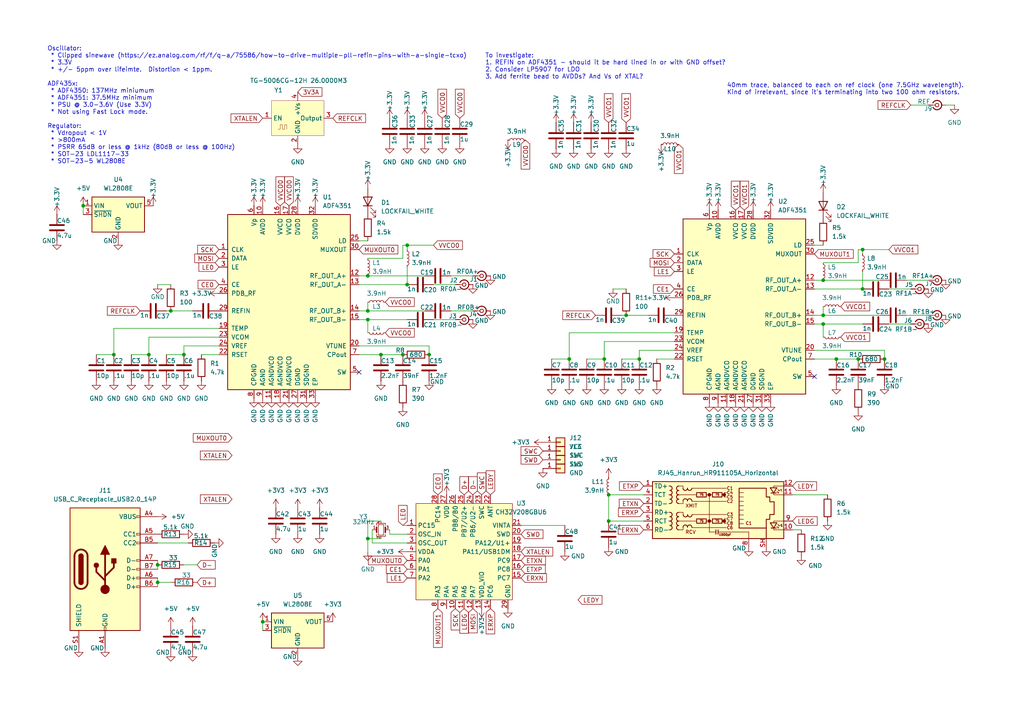
<source format=kicad_sch>
(kicad_sch (version 20250114) (generator "eeschema") (generator_version "9.0")
  (paper "A4")
  (text "40mm trace, balanced to each on ref clock (one 7.5GHz wavelength).\nKind of irrelevant, since it's terminating into two 100 ohm resistors." (at 210.82 24.13 0) (effects (font (size 1.27 1.27)) (justify left top)))
  (text "Oscillator:\n * Clipped sinewave (https://ez.analog.com/rf/f/q-a/75586/how-to-drive-multiple-pll-refin-pins-with-a-single-tcxo)\n * 3.3V\n * +/- 5ppm over lifeimte.  Distortion < 1ppm.\n\nADF435x:\n * ADF4350: 137MHz miniumum\n * ADF4351: 37.5MHz minimum\n * PSU @ 3.0-3.6V (Use 3.3V)\n * Not using Fast Lock mode.\n\nRegulator:\n * Vdropout < 1V\n * >800mA\n * PSRR 65dB or less @ 1kHz (80dB or less @ 100Hz)\n * SOT-23 LDL1117-33\n * SOT-23-5 WL2808E" (at 13.716 13.462 0) (effects (font (size 1.27 1.27)) (justify left top)))
  (text "To investigate:\n1. REFIN on ADF4351 - should it be hard lined in or with GND offset?\n2. Consider LP5907 for LDO\n3. Add ferrite bead to AVDDs? And Vs of XTAL?" (at 140.716 15.494 0) (effects (font (size 1.27 1.27)) (justify left top)))
  (junction (at 176.53 151.13))
  (junction (at 106.68 156.21))
  (junction (at 124.46 102.87))
  (junction (at 250.19 83.82))
  (junction (at 106.68 92.71))
  (junction (at 238.76 81.28))
  (junction (at 256.54 104.14))
  (junction (at 242.57 104.14))
  (junction (at 175.26 104.14))
  (junction (at 106.68 90.17))
  (junction (at 118.11 82.55))
  (junction (at 76.2 180.34))
  (junction (at 185.42 104.14))
  (junction (at 43.18 102.87))
  (junction (at 45.72 168.91))
  (junction (at 165.1 104.14))
  (junction (at 250.19 72.39))
  (junction (at 33.02 102.87))
  (junction (at 238.76 93.98))
  (junction (at 248.92 104.14))
  (junction (at 49.53 90.17))
  (junction (at 110.49 102.87))
  (junction (at 106.68 80.01))
  (junction (at 116.84 102.87))
  (junction (at 176.53 143.51))
  (junction (at 238.76 91.44))
  (junction (at 53.34 102.87))
  (junction (at 181.61 91.44))
  (junction (at 45.72 163.83))
  (junction (at 24.13 59.69))
  (junction (at 118.11 71.12))
  (no_connect (at 236.22 109.22))
  (no_connect (at 104.14 107.95))
  (wire (pts (xy 165.1 104.14) (xy 165.1 96.52)))
  (wire (pts (xy 130.81 90.17) (xy 137.16 90.17)))
  (wire (pts (xy 54.61 157.48) (xy 45.72 157.48)))
  (wire (pts (xy 116.84 71.12) (xy 118.11 71.12)))
  (wire (pts (xy 229.87 153.67) (xy 232.41 153.67)))
  (wire (pts (xy 106.68 156.21) (xy 110.49 156.21)))
  (wire (pts (xy 33.02 95.25) (xy 63.5 95.25)))
  (wire (pts (xy 175.26 99.06) (xy 175.26 104.14)))
  (wire (pts (xy 180.34 91.44) (xy 181.61 91.44)))
  (wire (pts (xy 106.68 69.85) (xy 104.14 69.85)))
  (wire (pts (xy 250.19 72.39) (xy 257.81 72.39)))
  (wire (pts (xy 106.68 74.93) (xy 116.84 74.93)))
  (wire (pts (xy 118.11 82.55) (xy 104.14 82.55)))
  (wire (pts (xy 53.34 163.83) (xy 57.15 163.83)))
  (wire (pts (xy 106.68 92.71) (xy 106.68 96.52)))
  (wire (pts (xy 276.86 30.48) (xy 274.32 30.48)))
  (wire (pts (xy 106.68 151.13) (xy 106.68 156.21)))
  (wire (pts (xy 257.81 93.98) (xy 264.16 93.98)))
  (wire (pts (xy 45.72 168.91) (xy 49.53 168.91)))
  (wire (pts (xy 45.72 163.83) (xy 45.72 165.1)))
  (wire (pts (xy 238.76 76.2) (xy 248.92 76.2)))
  (wire (pts (xy 236.22 104.14) (xy 242.57 104.14)))
  (wire (pts (xy 125.73 82.55) (xy 132.08 82.55)))
  (wire (pts (xy 238.76 88.9) (xy 238.76 91.44)))
  (wire (pts (xy 124.46 100.33) (xy 104.14 100.33)))
  (wire (pts (xy 236.22 93.98) (xy 238.76 93.98)))
  (wire (pts (xy 118.11 71.12) (xy 118.11 72.39)))
  (wire (pts (xy 106.68 87.63) (xy 106.68 90.17)))
  (wire (pts (xy 177.8 83.82) (xy 181.61 83.82)))
  (wire (pts (xy 76.2 180.34) (xy 76.2 182.88)))
  (wire (pts (xy 238.76 91.44) (xy 255.27 91.44)))
  (wire (pts (xy 104.14 92.71) (xy 106.68 92.71)))
  (wire (pts (xy 48.26 90.17) (xy 49.53 90.17)))
  (wire (pts (xy 45.72 162.56) (xy 45.72 163.83)))
  (wire (pts (xy 110.49 102.87) (xy 116.84 102.87)))
  (wire (pts (xy 110.49 151.13) (xy 106.68 151.13)))
  (wire (pts (xy 45.72 168.91) (xy 45.72 170.18)))
  (wire (pts (xy 190.5 104.14) (xy 195.58 104.14)))
  (wire (pts (xy 116.84 74.93) (xy 116.84 71.12)))
  (wire (pts (xy 107.95 157.48) (xy 118.11 157.48)))
  (wire (pts (xy 124.46 102.87) (xy 124.46 100.33)))
  (wire (pts (xy 229.87 143.51) (xy 240.03 143.51)))
  (wire (pts (xy 45.72 167.64) (xy 45.72 168.91)))
  (wire (pts (xy 236.22 81.28) (xy 238.76 81.28)))
  (wire (pts (xy 125.73 92.71) (xy 132.08 92.71)))
  (wire (pts (xy 250.19 72.39) (xy 250.19 73.66)))
  (wire (pts (xy 186.69 151.13) (xy 176.53 151.13)))
  (wire (pts (xy 27.94 102.87) (xy 33.02 102.87)))
  (wire (pts (xy 185.42 101.6) (xy 195.58 101.6)))
  (wire (pts (xy 48.26 102.87) (xy 53.34 102.87)))
  (wire (pts (xy 236.22 91.44) (xy 238.76 91.44)))
  (wire (pts (xy 116.84 152.4) (xy 118.11 152.4)))
  (wire (pts (xy 118.11 154.94) (xy 113.03 154.94)))
  (wire (pts (xy 248.92 76.2) (xy 248.92 72.39)))
  (wire (pts (xy 238.76 81.28) (xy 255.27 81.28)))
  (wire (pts (xy 257.81 83.82) (xy 264.16 83.82)))
  (wire (pts (xy 262.89 81.28) (xy 269.24 81.28)))
  (wire (pts (xy 238.76 93.98) (xy 238.76 97.79)))
  (wire (pts (xy 130.81 80.01) (xy 137.16 80.01)))
  (wire (pts (xy 53.34 100.33) (xy 63.5 100.33)))
  (wire (pts (xy 45.72 82.55) (xy 49.53 82.55)))
  (wire (pts (xy 58.42 102.87) (xy 63.5 102.87)))
  (wire (pts (xy 242.57 104.14) (xy 248.92 104.14)))
  (wire (pts (xy 106.68 80.01) (xy 123.19 80.01)))
  (wire (pts (xy 118.11 71.12) (xy 125.73 71.12)))
  (wire (pts (xy 106.68 92.71) (xy 118.11 92.71)))
  (wire (pts (xy 185.42 104.14) (xy 185.42 101.6)))
  (wire (pts (xy 104.14 80.01) (xy 106.68 80.01)))
  (wire (pts (xy 176.53 143.51) (xy 186.69 143.51)))
  (wire (pts (xy 63.5 97.79) (xy 43.18 97.79)))
  (wire (pts (xy 104.14 102.87) (xy 110.49 102.87)))
  (wire (pts (xy 49.53 90.17) (xy 55.88 90.17)))
  (wire (pts (xy 256.54 101.6) (xy 236.22 101.6)))
  (wire (pts (xy 43.18 97.79) (xy 43.18 102.87)))
  (wire (pts (xy 250.19 83.82) (xy 236.22 83.82)))
  (wire (pts (xy 160.02 104.14) (xy 165.1 104.14)))
  (wire (pts (xy 181.61 91.44) (xy 187.96 91.44)))
  (wire (pts (xy 107.95 153.67) (xy 107.95 157.48)))
  (wire (pts (xy 180.34 104.14) (xy 185.42 104.14)))
  (wire (pts (xy 38.1 102.87) (xy 43.18 102.87)))
  (wire (pts (xy 113.03 154.94) (xy 113.03 153.67)))
  (wire (pts (xy 264.16 30.48) (xy 269.24 30.48)))
  (wire (pts (xy 151.13 152.4) (xy 163.83 152.4)))
  (wire (pts (xy 238.76 93.98) (xy 250.19 93.98)))
  (wire (pts (xy 176.53 143.51) (xy 176.53 151.13)))
  (wire (pts (xy 170.18 104.14) (xy 175.26 104.14)))
  (wire (pts (xy 165.1 96.52) (xy 195.58 96.52)))
  (wire (pts (xy 248.92 72.39) (xy 250.19 72.39)))
  (wire (pts (xy 106.68 156.21) (xy 106.68 160.02)))
  (wire (pts (xy 118.11 77.47) (xy 118.11 82.55)))
  (wire (pts (xy 106.68 90.17) (xy 123.19 90.17)))
  (wire (pts (xy 104.14 90.17) (xy 106.68 90.17)))
  (wire (pts (xy 238.76 71.12) (xy 236.22 71.12)))
  (wire (pts (xy 24.13 59.69) (xy 24.13 62.23)))
  (wire (pts (xy 262.89 91.44) (xy 269.24 91.44)))
  (wire (pts (xy 53.34 102.87) (xy 53.34 100.33)))
  (wire (pts (xy 33.02 102.87) (xy 33.02 95.25)))
  (wire (pts (xy 256.54 104.14) (xy 256.54 101.6)))
  (wire (pts (xy 250.19 78.74) (xy 250.19 83.82)))
  (wire (pts (xy 195.58 99.06) (xy 175.26 99.06)))
  (global_label "SWC" (shape input) (at 139.7 143.51 90) (property "Intersheetrefs" "${INTERSHEET_REFS}" (effects (hide yes))))
  (global_label "VVCO0" (shape input) (at 125.73 71.12 0) (property "Intersheetrefs" "${INTERSHEET_REFS}" (effects (hide yes))))
  (global_label "REFCLK" (shape input) (at 96.52 34.29 0) (property "Intersheetrefs" "${INTERSHEET_REFS}" (effects (hide yes))))
  (global_label "REFCLK" (shape input) (at 172.72 91.44 180) (property "Intersheetrefs" "${INTERSHEET_REFS}" (effects (hide yes))))
  (global_label "CE0" (shape input) (at 63.5 82.55 180) (property "Intersheetrefs" "${INTERSHEET_REFS}" (effects (hide yes))))
  (global_label "ETXN" (shape input) (at 151.13 162.56 0) (property "Intersheetrefs" "${INTERSHEET_REFS}" (effects (hide yes))))
  (global_label "LEDY" (shape input) (at 167.64 173.99 0) (property "Intersheetrefs" "${INTERSHEET_REFS}" (effects (hide yes))))
  (global_label "VVCO1" (shape input) (at 243.84 88.9 0) (property "Intersheetrefs" "${INTERSHEET_REFS}" (effects (hide yes))))
  (global_label "D+" (shape input) (at 57.15 168.91 0) (property "Intersheetrefs" "${INTERSHEET_REFS}" (effects (hide yes))))
  (global_label "SWC" (shape input) (at 157.48 130.81 180) (property "Intersheetrefs" "${INTERSHEET_REFS}" (effects (hide yes))))
  (global_label "MUXOUT0" (shape input) (at 104.14 72.39 0) (property "Intersheetrefs" "${INTERSHEET_REFS}" (effects (hide yes))))
  (global_label "LE0" (shape input) (at 63.5 77.47 180) (property "Intersheetrefs" "${INTERSHEET_REFS}" (effects (hide yes))))
  (global_label "SCK" (shape input) (at 132.08 176.53 270) (property "Intersheetrefs" "${INTERSHEET_REFS}" (effects (hide yes))))
  (global_label "LEDY" (shape input) (at 229.87 140.97 0) (property "Intersheetrefs" "${INTERSHEET_REFS}" (effects (hide yes))))
  (global_label "ERXN" (shape input) (at 186.69 153.67 180) (property "Intersheetrefs" "${INTERSHEET_REFS}" (effects (hide yes))))
  (global_label "D-" (shape input) (at 137.16 143.51 90) (property "Intersheetrefs" "${INTERSHEET_REFS}" (effects (hide yes))))
  (global_label "VVCO1" (shape input) (at 257.81 72.39 0) (property "Intersheetrefs" "${INTERSHEET_REFS}" (effects (hide yes))))
  (global_label "ETXP" (shape input) (at 186.69 140.97 180) (property "Intersheetrefs" "${INTERSHEET_REFS}" (effects (hide yes))))
  (global_label "3V3A" (shape input) (at 86.36 26.67 0) (property "Intersheetrefs" "${INTERSHEET_REFS}" (effects (hide yes))))
  (global_label "LE0" (shape input) (at 116.84 152.4 90) (property "Intersheetrefs" "${INTERSHEET_REFS}" (effects (hide yes))))
  (global_label "VVCO0" (shape input) (at 128.27 34.29 90) (property "Intersheetrefs" "${INTERSHEET_REFS}" (effects (hide yes))))
  (global_label "ETXN" (shape input) (at 186.69 146.05 180) (property "Intersheetrefs" "${INTERSHEET_REFS}" (effects (hide yes))))
  (global_label "VVCO0" (shape input) (at 111.76 87.63 0) (property "Intersheetrefs" "${INTERSHEET_REFS}" (effects (hide yes))))
  (global_label "XTALEN" (shape input) (at 76.2 34.29 180) (property "Intersheetrefs" "${INTERSHEET_REFS}" (effects (hide yes))))
  (global_label "MUXOUT1" (shape input) (at 127 176.53 270) (property "Intersheetrefs" "${INTERSHEET_REFS}" (effects (hide yes))))
  (global_label "LEDY" (shape input) (at 142.24 143.51 90) (property "Intersheetrefs" "${INTERSHEET_REFS}" (effects (hide yes))))
  (global_label "LE1" (shape input) (at 195.58 78.74 180) (property "Intersheetrefs" "${INTERSHEET_REFS}" (effects (hide yes))))
  (global_label "VVCO0" (shape input) (at 83.82 59.69 90) (property "Intersheetrefs" "${INTERSHEET_REFS}" (effects (hide yes))))
  (global_label "XTALEN" (shape input) (at 67.31 144.78 180) (property "Intersheetrefs" "${INTERSHEET_REFS}" (effects (hide yes))))
  (global_label "VVCO1" (shape input) (at 181.61 35.56 90) (property "Intersheetrefs" "${INTERSHEET_REFS}" (effects (hide yes))))
  (global_label "VVCO1" (shape input) (at 213.36 60.96 90) (property "Intersheetrefs" "${INTERSHEET_REFS}" (effects (hide yes))))
  (global_label "MOSI" (shape input) (at 63.5 74.93 180) (property "Intersheetrefs" "${INTERSHEET_REFS}" (effects (hide yes))))
  (global_label "VVCO0" (shape input) (at 133.35 34.29 90) (property "Intersheetrefs" "${INTERSHEET_REFS}" (effects (hide yes))))
  (global_label "ERXP" (shape input) (at 142.24 176.53 270) (property "Intersheetrefs" "${INTERSHEET_REFS}" (effects (hide yes))))
  (global_label "ETXP" (shape input) (at 151.13 165.1 0) (property "Intersheetrefs" "${INTERSHEET_REFS}" (effects (hide yes))))
  (global_label "CE1" (shape input) (at 195.58 83.82 180) (property "Intersheetrefs" "${INTERSHEET_REFS}" (effects (hide yes))))
  (global_label "MUXOUT1" (shape input) (at 236.22 73.66 0) (property "Intersheetrefs" "${INTERSHEET_REFS}" (effects (hide yes))))
  (global_label "SWD" (shape input) (at 151.13 154.94 0) (property "Intersheetrefs" "${INTERSHEET_REFS}" (effects (hide yes))))
  (global_label "XTALEN" (shape input) (at 67.31 132.08 180) (property "Intersheetrefs" "${INTERSHEET_REFS}" (effects (hide yes))))
  (global_label "VVCO1" (shape input) (at 176.53 35.56 90) (property "Intersheetrefs" "${INTERSHEET_REFS}" (effects (hide yes))))
  (global_label "SWD" (shape input) (at 157.48 133.35 180) (property "Intersheetrefs" "${INTERSHEET_REFS}" (effects (hide yes))))
  (global_label "LEDG" (shape input) (at 134.62 176.53 270) (property "Intersheetrefs" "${INTERSHEET_REFS}" (effects (hide yes))))
  (global_label "SCK" (shape input) (at 195.58 73.66 180) (property "Intersheetrefs" "${INTERSHEET_REFS}" (effects (hide yes))))
  (global_label "VVCO1" (shape input) (at 215.9 60.96 90) (property "Intersheetrefs" "${INTERSHEET_REFS}" (effects (hide yes))))
  (global_label "D+" (shape input) (at 134.62 143.51 90) (property "Intersheetrefs" "${INTERSHEET_REFS}" (effects (hide yes))))
  (global_label "VVCO0" (shape input) (at 152.4 40.64 270) (property "Intersheetrefs" "${INTERSHEET_REFS}" (effects (hide yes))))
  (global_label "MOSI" (shape input) (at 137.16 176.53 270) (property "Intersheetrefs" "${INTERSHEET_REFS}" (effects (hide yes))))
  (global_label "CE1" (shape input) (at 118.11 165.1 180) (property "Intersheetrefs" "${INTERSHEET_REFS}" (effects (hide yes))))
  (global_label "MUXOUT0" (shape input) (at 67.31 127 180) (property "Intersheetrefs" "${INTERSHEET_REFS}" (effects (hide yes))))
  (global_label "ERXP" (shape input) (at 186.69 148.59 180) (property "Intersheetrefs" "${INTERSHEET_REFS}" (effects (hide yes))))
  (global_label "VVCO1" (shape input) (at 243.84 97.79 0) (property "Intersheetrefs" "${INTERSHEET_REFS}" (effects (hide yes))))
  (global_label "D-" (shape input) (at 57.15 163.83 0) (property "Intersheetrefs" "${INTERSHEET_REFS}" (effects (hide yes))))
  (global_label "CE0" (shape input) (at 127 143.51 90) (property "Intersheetrefs" "${INTERSHEET_REFS}" (effects (hide yes))))
  (global_label "ERXN" (shape input) (at 151.13 167.64 0) (property "Intersheetrefs" "${INTERSHEET_REFS}" (effects (hide yes))))
  (global_label "XTALEN" (shape input) (at 151.13 160.02 0) (property "Intersheetrefs" "${INTERSHEET_REFS}" (effects (hide yes))))
  (global_label "VVCO0" (shape input) (at 81.28 59.69 90) (property "Intersheetrefs" "${INTERSHEET_REFS}" (effects (hide yes))))
  (global_label "REFCLK" (shape input) (at 40.64 90.17 180) (property "Intersheetrefs" "${INTERSHEET_REFS}" (effects (hide yes))))
  (global_label "VVCO0" (shape input) (at 111.76 96.52 0) (property "Intersheetrefs" "${INTERSHEET_REFS}" (effects (hide yes))))
  (global_label "MOSI" (shape input) (at 195.58 76.2 180) (property "Intersheetrefs" "${INTERSHEET_REFS}" (effects (hide yes))))
  (global_label "SCK" (shape input) (at 63.5 72.39 180) (property "Intersheetrefs" "${INTERSHEET_REFS}" (effects (hide yes))))
  (global_label "REFCLK" (shape input) (at 264.16 30.48 180) (property "Intersheetrefs" "${INTERSHEET_REFS}" (effects (hide yes))))
  (global_label "MUXOUT0" (shape input) (at 118.11 162.56 180) (property "Intersheetrefs" "${INTERSHEET_REFS}" (effects (hide yes))))
  (global_label "LEDG" (shape input) (at 229.87 151.13 0) (property "Intersheetrefs" "${INTERSHEET_REFS}" (effects (hide yes))))
  (global_label "LE1" (shape input) (at 118.11 167.64 180) (property "Intersheetrefs" "${INTERSHEET_REFS}" (effects (hide yes))))
  (global_label "VVCO1" (shape input) (at 196.85 41.91 270) (property "Intersheetrefs" "${INTERSHEET_REFS}" (effects (hide yes))))
  (symbol (lib_id "Device:C") (at 53.34 106.68 0) (unit 1)
    (property "Reference" "C6" (at 53.34 104.648 0) (effects (justify left)))
    (property "Value" ".1u" (at 53.34 108.966 0) (effects (justify left)))
    (property "Footprint" "Capacitor_SMD:C_0402_1005Metric" (effects (hide yes)))
    (property "Description" "Unpolarized capacitor" (effects (hide yes)))
    (property "LCSC" "C1525" (effects (hide yes)))
  )
  (symbol (lib_id "power:GND") (at 91.44 115.57 0) (unit 1)
    (property "Reference" "#PWR015" (effects (hide yes)))
    (property "Value" "GND" (at 91.44 120.65 90))
    (property "Description" "Power symbol creates a global label with name \"GND\" , ground" (effects (hide yes)))
  )
  (symbol (lib_id "power:GND") (at 76.2 115.57 0) (unit 1)
    (property "Reference" "#PWR09" (effects (hide yes)))
    (property "Value" "GND" (at 76.2 120.65 90))
    (property "Description" "Power symbol creates a global label with name \"GND\" , ground" (effects (hide yes)))
  )
  (symbol (lib_id "power:+3.3V") (at 123.19 34.29 0) (unit 1)
    (property "Reference" "#PWR073" (effects (hide yes)))
    (property "Value" "+3.3V" (at 123.19 29.21 90))
    (property "Description" "Power symbol creates a global label with name \"+3.3V\"" (effects (hide yes)))
  )
  (symbol (lib_id "Connector:Conn_Coaxial_Small") (at 271.78 91.44 0) (unit 1)
    (property "Reference" "J8" (at 269.24 92.456 0))
    (property "Value" "RF1B+" (at 267.97 90.424 0))
    (property "Footprint" "Connector_Coaxial:SMA_Amphenol_901-144_Vertical" (effects (hide yes)))
    (property "Description" "small coaxial connector (BNC, SMA, SMB, SMC, Cinch/RCA, LEMO, ...)" (effects (hide yes)))
    (property "LCSC" "C5301852" (effects (hide yes)))
  )
  (symbol (lib_id "power:GND") (at 53.34 110.49 0) (unit 1)
    (property "Reference" "#PWR047" (effects (hide yes)))
    (property "Value" "GND" (at 53.34 115.57 0))
    (property "Description" "Power symbol creates a global label with name \"GND\" , ground" (effects (hide yes)))
  )
  (symbol (lib_id "Device:C") (at 176.53 39.37 180) (unit 1)
    (property "Reference" "C32" (at 178.054 34.544 90) (effects (justify left)))
    (property "Value" "1n" (at 177.8 40.64 90) (effects (justify left)))
    (property "Footprint" "Capacitor_SMD:C_0402_1005Metric" (effects (hide yes)))
    (property "Description" "Unpolarized capacitor" (effects (hide yes)))
    (property "LCSC" "C1523" (effects (hide yes)))
  )
  (symbol (lib_id "Device:R") (at 49.53 154.94 90) (unit 1)
    (property "Reference" "R13" (at 51.308 154.94 90) (effects (justify left)))
    (property "Value" "5.1k" (at 51.562 152.908 90) (effects (justify left)))
    (property "Footprint" "Resistor_SMD:R_0402_1005Metric" (effects (hide yes)))
    (property "Description" "Resistor" (effects (hide yes)))
    (property "LCSC" "C25905" (effects (hide yes)))
  )
  (symbol (lib_id "Device:C") (at 163.83 156.21 0) (unit 1)
    (property "Reference" "C48" (at 163.83 154.178 0) (effects (justify left)))
    (property "Value" "1u" (at 163.83 158.496 0) (effects (justify left)))
    (property "Footprint" "Capacitor_SMD:C_0402_1005Metric" (effects (hide yes)))
    (property "Description" "Unpolarized capacitor" (effects (hide yes)))
    (property "LCSC" "C14445" (effects (hide yes)))
  )
  (symbol (lib_id "power:+3.3V") (at 223.52 60.96 0) (unit 1)
    (property "Reference" "#PWR040" (effects (hide yes)))
    (property "Value" "+3.3V" (at 223.52 55.88 90))
    (property "Description" "Power symbol creates a global label with name \"+3.3V\"" (effects (hide yes)))
  )
  (symbol (lib_id "power:+3V3") (at 118.11 160.02 90) (unit 1)
    (property "Reference" "#PWR087" (effects (hide yes)))
    (property "Value" "+3V3" (at 114.3 160.0199 90) (effects (justify left)))
    (property "Description" "Power symbol creates a global label with name \"+3V3\"" (effects (hide yes)))
  )
  (symbol (lib_id "power:+3.3V") (at 86.36 59.69 0) (unit 1)
    (property "Reference" "#PWR033" (effects (hide yes)))
    (property "Value" "+3.3V" (at 86.36 54.61 90))
    (property "Description" "Power symbol creates a global label with name \"+3.3V\"" (effects (hide yes)))
  )
  (symbol (lib_id "power:GND") (at 215.9 116.84 0) (unit 1)
    (property "Reference" "#PWR022" (effects (hide yes)))
    (property "Value" "GND" (at 215.9 121.92 90))
    (property "Description" "Power symbol creates a global label with name \"GND\" , ground" (effects (hide yes)))
  )
  (symbol (lib_id "power:GND") (at 218.44 116.84 0) (unit 1)
    (property "Reference" "#PWR023" (effects (hide yes)))
    (property "Value" "GND" (at 218.44 121.92 90))
    (property "Description" "Power symbol creates a global label with name \"GND\" , ground" (effects (hide yes)))
  )
  (symbol (lib_id "Connector:Conn_Coaxial_Small") (at 271.78 81.28 0) (unit 1)
    (property "Reference" "J7" (at 269.494 82.296 0))
    (property "Value" "RF1A+" (at 267.716 80.01 0))
    (property "Footprint" "Connector_Coaxial:SMA_Amphenol_901-144_Vertical" (effects (hide yes)))
    (property "Description" "small coaxial connector (BNC, SMA, SMB, SMC, Cinch/RCA, LEMO, ...)" (effects (hide yes)))
    (property "LCSC" "C5301852" (effects (hide yes)))
  )
  (symbol (lib_id "power:+3.3V") (at 205.74 60.96 0) (unit 1)
    (property "Reference" "#PWR035" (effects (hide yes)))
    (property "Value" "+3.3V" (at 205.74 55.88 90))
    (property "Description" "Power symbol creates a global label with name \"+3.3V\"" (effects (hide yes)))
  )
  (symbol (lib_id "Device:C") (at 161.29 39.37 180) (unit 1)
    (property "Reference" "C35" (at 162.814 34.544 90) (effects (justify left)))
    (property "Value" "1n" (at 162.56 40.64 90) (effects (justify left)))
    (property "Footprint" "Capacitor_SMD:C_0402_1005Metric" (effects (hide yes)))
    (property "Description" "Unpolarized capacitor" (effects (hide yes)))
    (property "LCSC" "C1523" (effects (hide yes)))
  )
  (symbol (lib_id "Device:R") (at 106.68 66.04 0) (unit 1)
    (property "Reference" "R4" (at 109.22 64.7699 0) (effects (justify left)))
    (property "Value" "1.5k" (at 109.22 67.3099 0) (effects (justify left)))
    (property "Footprint" "cnhardware:R_0402_1005Metric_COMPACT" (effects (hide yes)))
    (property "Description" "Resistor" (effects (hide yes)))
    (property "LCSC" "C25867" (effects (hide yes)))
  )
  (symbol (lib_id "power:+5V") (at 55.88 181.61 0) (unit 1)
    (property "Reference" "#PWR01" (effects (hide yes)))
    (property "Value" "+5V" (at 55.88 176.53 0))
    (property "Description" "Power symbol creates a global label with name \"+5V\"" (effects (hide yes)))
  )
  (symbol (lib_id "power:GND") (at 177.8 83.82 0) (unit 1)
    (property "Reference" "#PWR084" (effects (hide yes)))
    (property "Value" "GND" (at 177.8 87.376 0))
    (property "Description" "Power symbol creates a global label with name \"GND\" , ground" (effects (hide yes)))
  )
  (symbol (lib_id "power:+3.3V") (at 91.44 59.69 0) (unit 1)
    (property "Reference" "#PWR034" (effects (hide yes)))
    (property "Value" "+3.3V" (at 91.44 54.61 90))
    (property "Description" "Power symbol creates a global label with name \"+3.3V\"" (effects (hide yes)))
  )
  (symbol (lib_id "Regulator_Linear:MCP1802x-xx02xOT") (at 86.36 182.88 0) (unit 1)
    (property "Reference" "U5" (at 86.36 172.72 0))
    (property "Value" "WL2808E" (at 86.36 175.26 0))
    (property "Footprint" "Package_TO_SOT_SMD:SOT-23-5" (effects (hide yes)))
    (property "Datasheet" "http://ww1.microchip.com/downloads/en/DeviceDoc/22053C.pdf" (effects (hide yes)))
    (property "Description" "150mA, Tiny CMOS LDO With Shutdown, Fixed Voltage, SOT-23-5" (effects (hide yes)))
    (property "LCSC" "C2931312" (effects (hide yes)))
  )
  (symbol (lib_id "power:GND") (at 73.66 115.57 0) (unit 1)
    (property "Reference" "#PWR08" (effects (hide yes)))
    (property "Value" "GND" (at 73.66 120.65 90))
    (property "Description" "Power symbol creates a global label with name \"GND\" , ground" (effects (hide yes)))
  )
  (symbol (lib_id "power:GND") (at 118.11 41.91 0) (unit 1)
    (property "Reference" "#PWR071" (effects (hide yes)))
    (property "Value" "GND" (at 118.11 46.99 0))
    (property "Description" "Power symbol creates a global label with name \"GND\" , ground" (effects (hide yes)))
  )
  (symbol (lib_id "Device:C") (at 80.01 151.13 0) (unit 1)
    (property "Reference" "C42" (at 80.01 149.098 0) (effects (justify left)))
    (property "Value" "4.7u" (at 80.01 153.416 0) (effects (justify left)))
    (property "Footprint" "Capacitor_SMD:C_0603_1608Metric" (effects (hide yes)))
    (property "Description" "Unpolarized capacitor" (effects (hide yes)))
    (property "LCSC" "C19666" (effects (hide yes)))
  )
  (symbol (lib_id "power:GND") (at 142.24 80.01 0) (unit 1)
    (property "Reference" "#PWR032" (effects (hide yes)))
    (property "Value" "GND" (at 144.78 80.264 0))
    (property "Description" "Power symbol creates a global label with name \"GND\" , ground" (effects (hide yes)))
  )
  (symbol (lib_id "power:GND") (at 49.53 189.23 0) (unit 1)
    (property "Reference" "#PWR0101" (effects (hide yes)))
    (property "Value" "GND" (at 47.244 189.23 0))
    (property "Description" "Power symbol creates a global label with name \"GND\" , ground" (effects (hide yes)))
  )
  (symbol (lib_id "Device:R") (at 120.65 102.87 90) (unit 1)
    (property "Reference" "R8" (at 116.078 101.6 90))
    (property "Value" "680" (at 120.65 102.87 90))
    (property "Footprint" "Resistor_SMD:R_0402_1005Metric" (effects (hide yes)))
    (property "Description" "Resistor" (effects (hide yes)))
    (property "LCSC" "C25109" (effects (hide yes)))
  )
  (symbol (lib_id "power:+3V3") (at 86.36 147.32 0) (unit 1)
    (property "Reference" "#PWR0109" (effects (hide yes)))
    (property "Value" "+3V3" (at 86.36 142.24 0))
    (property "Description" "Power symbol creates a global label with name \"+3V3\"" (effects (hide yes)))
  )
  (symbol (lib_id "Connector:Conn_Coaxial_Small") (at 134.62 82.55 0) (unit 1)
    (property "Reference" "J2" (at 131.572 81.28 0))
    (property "Value" "RF0A-" (at 130.81 83.82 0))
    (property "Footprint" "Connector_Coaxial:SMA_Amphenol_901-144_Vertical" (effects (hide yes)))
    (property "Description" "small coaxial connector (BNC, SMA, SMB, SMC, Cinch/RCA, LEMO, ...)" (effects (hide yes)))
    (property "LCSC" "C5301852" (effects (hide yes)))
  )
  (symbol (lib_id "Device:C") (at 259.08 81.28 90) (unit 1)
    (property "Reference" "C25" (at 257.81 80.264 90) (effects (justify left)))
    (property "Value" "1n" (at 262.89 80.264 90) (effects (justify left)))
    (property "Footprint" "Capacitor_SMD:C_0402_1005Metric" (effects (hide yes)))
    (property "Description" "Unpolarized capacitor" (effects (hide yes)))
    (property "LCSC" "C1523" (effects (hide yes)))
  )
  (symbol (lib_id "power:+3.3V") (at 63.5 85.09 90) (unit 1)
    (property "Reference" "#PWR041" (effects (hide yes)))
    (property "Value" "+3.3V" (at 58.42 85.09 90))
    (property "Description" "Power symbol creates a global label with name \"+3.3V\"" (effects (hide yes)))
  )
  (symbol (lib_id "power:GND") (at 222.25 158.75 0) (unit 1)
    (property "Reference" "#PWR090" (effects (hide yes)))
    (property "Value" "GND" (at 226.06 160.02 0))
    (property "Description" "Power symbol creates a global label with name \"GND\" , ground" (effects (hide yes)))
  )
  (symbol (lib_id "Device:R") (at 252.73 104.14 90) (unit 1)
    (property "Reference" "R10" (at 248.158 102.87 90))
    (property "Value" "680" (at 252.73 104.14 90))
    (property "Footprint" "Resistor_SMD:R_0402_1005Metric" (effects (hide yes)))
    (property "Description" "Resistor" (effects (hide yes)))
    (property "LCSC" "C25109" (effects (hide yes)))
  )
  (symbol (lib_id "Device:C") (at 171.45 39.37 180) (unit 1)
    (property "Reference" "C30" (at 172.974 34.544 90) (effects (justify left)))
    (property "Value" "1n" (at 172.72 40.64 90) (effects (justify left)))
    (property "Footprint" "Capacitor_SMD:C_0402_1005Metric" (effects (hide yes)))
    (property "Description" "Unpolarized capacitor" (effects (hide yes)))
    (property "LCSC" "C1523" (effects (hide yes)))
  )
  (symbol (lib_id "Device:R") (at 240.03 147.32 0) (unit 1)
    (property "Reference" "R6" (at 242.57 146.0499 0) (effects (justify left)))
    (property "Value" "1.5k" (at 242.57 148.5899 0) (effects (justify left)))
    (property "Footprint" "cnhardware:R_0402_1005Metric_COMPACT" (effects (hide yes)))
    (property "Description" "Resistor" (effects (hide yes)))
    (property "LCSC" "C25867" (effects (hide yes)))
  )
  (symbol (lib_id "power:+3V3") (at 80.01 147.32 0) (unit 1)
    (property "Reference" "#PWR0110" (effects (hide yes)))
    (property "Value" "+3V3" (at 80.01 142.24 0))
    (property "Description" "Power symbol creates a global label with name \"+3V3\"" (effects (hide yes)))
  )
  (symbol (lib_id "power:GND") (at 160.02 111.76 0) (unit 1)
    (property "Reference" "#PWR050" (effects (hide yes)))
    (property "Value" "GND" (at 160.02 116.84 0))
    (property "Description" "Power symbol creates a global label with name \"GND\" , ground" (effects (hide yes)))
  )
  (symbol (lib_id "power:+3V3") (at 157.48 128.27 90) (unit 1)
    (property "Reference" "#PWR0114" (effects (hide yes)))
    (property "Value" "+3V3" (at 153.67 128.2699 90) (effects (justify left)))
    (property "Description" "Power symbol creates a global label with name \"+3V3\"" (effects (hide yes)))
  )
  (symbol (lib_id "power:GND") (at 88.9 115.57 0) (unit 1)
    (property "Reference" "#PWR014" (effects (hide yes)))
    (property "Value" "GND" (at 88.9 120.65 90))
    (property "Description" "Power symbol creates a global label with name \"GND\" , ground" (effects (hide yes)))
  )
  (symbol (lib_id "Connector_Generic:Conn_01x01") (at 162.56 133.35 0) (unit 1)
    (property "Reference" "J14" (at 165.1 132.0799 0) (effects (justify left)))
    (property "Value" "SWD" (at 165.1 134.6199 0) (effects (justify left)))
    (property "Footprint" "TestPoint:TestPoint_Pad_D1.0mm" (effects (hide yes)))
    (property "Description" "Generic connector, single row, 01x01, script generated (kicad-library-utils/schlib/autogen/connector/)" (effects (hide yes)))
  )
  (symbol (lib_id "Regulator_Linear:MCP1802x-xx02xOT") (at 34.29 62.23 0) (unit 1)
    (property "Reference" "U4" (at 34.29 52.07 0))
    (property "Value" "WL2808E" (at 34.29 54.61 0))
    (property "Footprint" "Package_TO_SOT_SMD:SOT-23-5" (effects (hide yes)))
    (property "Datasheet" "http://ww1.microchip.com/downloads/en/DeviceDoc/22053C.pdf" (effects (hide yes)))
    (property "Description" "150mA, Tiny CMOS LDO With Shutdown, Fixed Voltage, SOT-23-5" (effects (hide yes)))
    (property "LCSC" "C2931312" (effects (hide yes)))
  )
  (symbol (lib_id "power:GND") (at 45.72 82.55 0) (unit 1)
    (property "Reference" "#PWR083" (effects (hide yes)))
    (property "Value" "GND" (at 45.72 86.106 0))
    (property "Description" "Power symbol creates a global label with name \"GND\" , ground" (effects (hide yes)))
  )
  (symbol (lib_id "Device:C") (at 166.37 39.37 180) (unit 1)
    (property "Reference" "C31" (at 167.894 34.544 90) (effects (justify left)))
    (property "Value" "1n" (at 167.64 40.64 90) (effects (justify left)))
    (property "Footprint" "Capacitor_SMD:C_0402_1005Metric" (effects (hide yes)))
    (property "Description" "Unpolarized capacitor" (effects (hide yes)))
    (property "LCSC" "C1523" (effects (hide yes)))
  )
  (symbol (lib_id "power:GND") (at 43.18 110.49 0) (unit 1)
    (property "Reference" "#PWR045" (effects (hide yes)))
    (property "Value" "GND" (at 43.18 115.57 0))
    (property "Description" "Power symbol creates a global label with name \"GND\" , ground" (effects (hide yes)))
  )
  (symbol (lib_id "power:GND") (at 38.1 110.49 0) (unit 1)
    (property "Reference" "#PWR044" (effects (hide yes)))
    (property "Value" "GND" (at 38.1 115.57 0))
    (property "Description" "Power symbol creates a global label with name \"GND\" , ground" (effects (hide yes)))
  )
  (symbol (lib_id "Device:C") (at 181.61 39.37 0) (unit 1)
    (property "Reference" "C34" (at 181.61 37.338 0) (effects (justify left)))
    (property "Value" "1u" (at 181.61 41.656 0) (effects (justify left)))
    (property "Footprint" "Capacitor_SMD:C_0402_1005Metric" (effects (hide yes)))
    (property "Description" "Unpolarized capacitor" (effects (hide yes)))
    (property "LCSC" "C14445" (effects (hide yes)))
  )
  (symbol (lib_id "Device:C") (at 127 80.01 90) (unit 1)
    (property "Reference" "C19" (at 125.73 78.994 90) (effects (justify left)))
    (property "Value" "1n" (at 130.81 78.994 90) (effects (justify left)))
    (property "Footprint" "Capacitor_SMD:C_0402_1005Metric" (effects (hide yes)))
    (property "Description" "Unpolarized capacitor" (effects (hide yes)))
    (property "LCSC" "C1523" (effects (hide yes)))
  )
  (symbol (lib_id "Connector:Conn_Coaxial_Small") (at 139.7 80.01 0) (unit 1)
    (property "Reference" "J1" (at 137.414 81.026 0))
    (property "Value" "RF0A+" (at 135.636 78.74 0))
    (property "Footprint" "Connector_Coaxial:SMA_Amphenol_901-144_Vertical" (effects (hide yes)))
    (property "Description" "small coaxial connector (BNC, SMA, SMB, SMC, Cinch/RCA, LEMO, ...)" (effects (hide yes)))
    (property "LCSC" "C5301852" (effects (hide yes)))
  )
  (symbol (lib_id "Connector:RJ45_Hanrun_HR911105A_Horizontal") (at 207.01 148.59 0) (unit 1)
    (property "Reference" "J10" (at 208.28 134.62 0))
    (property "Value" "RJ45_Hanrun_HR911105A_Horizontal" (at 208.28 137.16 0))
    (property "Footprint" "cnhardware:HR915310A-RJ45-INTEGRATED-10MBIT" (effects (hide yes)))
    (property "Datasheet" "https://datasheet.lcsc.com/lcsc/1811141815_HANRUN-Zhongshan-HanRun-Elec-HR911105A_C12074.pdf" (effects (hide yes)))
    (property "Description" "1 Port RJ45 Magjack Connector Through Hole 10/100 Base-T, AutoMDIX" (effects (hide yes)))
    (property "LCSC" "C2760326" (effects (hide yes)))
  )
  (symbol (lib_id "Device:C") (at 38.1 106.68 0) (unit 1)
    (property "Reference" "C3" (at 38.1 104.648 0) (effects (justify left)))
    (property "Value" "10p" (at 38.1 108.966 0) (effects (justify left)))
    (property "Footprint" "Capacitor_SMD:C_0402_1005Metric" (effects (hide yes)))
    (property "Description" "Unpolarized capacitor" (effects (hide yes)))
    (property "LCSC" "C32949" (effects (hide yes)))
  )
  (symbol (lib_id "power:+5V") (at 24.13 59.69 0) (unit 1)
    (property "Reference" "#PWR06" (effects (hide yes)))
    (property "Value" "+5V" (at 24.13 54.61 0))
    (property "Description" "Power symbol creates a global label with name \"+5V\"" (effects (hide yes)))
  )
  (symbol (lib_id "Connector_Generic:Conn_01x01") (at 162.56 130.81 0) (unit 1)
    (property "Reference" "J13" (at 165.1 129.5399 0) (effects (justify left)))
    (property "Value" "SWC" (at 165.1 132.0799 0) (effects (justify left)))
    (property "Footprint" "TestPoint:TestPoint_Pad_D1.0mm" (effects (hide yes)))
    (property "Description" "Generic connector, single row, 01x01, script generated (kicad-library-utils/schlib/autogen/connector/)" (effects (hide yes)))
  )
  (symbol (lib_id "power:GND") (at 269.24 93.98 0) (unit 1)
    (property "Reference" "#PWR066" (effects (hide yes)))
    (property "Value" "GND" (at 271.78 94.234 0))
    (property "Description" "Power symbol creates a global label with name \"GND\" , ground" (effects (hide yes)))
  )
  (symbol (lib_id "power:GND") (at 176.53 43.18 0) (unit 1)
    (property "Reference" "#PWR038" (effects (hide yes)))
    (property "Value" "GND" (at 176.53 48.26 0))
    (property "Description" "Power symbol creates a global label with name \"GND\" , ground" (effects (hide yes)))
  )
  (symbol (lib_id "power:GND") (at 242.57 111.76 0) (unit 1)
    (property "Reference" "#PWR060" (effects (hide yes)))
    (property "Value" "GND" (at 242.57 116.84 0))
    (property "Description" "Power symbol creates a global label with name \"GND\" , ground" (effects (hide yes)))
  )
  (symbol (lib_id "Device:C") (at 133.35 38.1 0) (unit 1)
    (property "Reference" "C29" (at 133.35 36.068 0) (effects (justify left)))
    (property "Value" "1u" (at 133.35 40.386 0) (effects (justify left)))
    (property "Footprint" "Capacitor_SMD:C_0402_1005Metric" (effects (hide yes)))
    (property "Description" "Unpolarized capacitor" (effects (hide yes)))
    (property "LCSC" "C14445" (effects (hide yes)))
  )
  (symbol (lib_id "Device:L_Small") (at 149.86 40.64 90) (unit 1)
    (property "Reference" "L9" (at 149.86 41.91 90))
    (property "Value" "3.9nH" (at 149.86 38.1 90))
    (property "Footprint" "Inductor_SMD:L_0402_1005Metric" (effects (hide yes)))
    (property "Description" "Inductor, small symbol" (effects (hide yes)))
    (property "LCSC" "C77109" (effects (hide yes)))
  )
  (symbol (lib_id "power:GND") (at 176.53 158.75 0) (unit 1)
    (property "Reference" "#PWR088" (effects (hide yes)))
    (property "Value" "GND" (at 180.34 160.02 0))
    (property "Description" "Power symbol creates a global label with name \"GND\" , ground" (effects (hide yes)))
  )
  (symbol (lib_id "Device:C") (at 121.92 92.71 90) (unit 1)
    (property "Reference" "C21" (at 126.746 94.234 90) (effects (justify left)))
    (property "Value" "1n" (at 120.65 93.98 90) (effects (justify left)))
    (property "Footprint" "Capacitor_SMD:C_0402_1005Metric" (effects (hide yes)))
    (property "Description" "Unpolarized capacitor" (effects (hide yes)))
    (property "LCSC" "C1523" (effects (hide yes)))
  )
  (symbol (lib_id "Device:L_Small") (at 238.76 78.74 0) (unit 1)
    (property "Reference" "L5" (at 240.03 77.4699 0) (effects (justify left)))
    (property "Value" "3.9nH" (at 240.03 80.0099 0) (effects (justify left)))
    (property "Footprint" "Inductor_SMD:L_0402_1005Metric" (effects (hide yes)))
    (property "Description" "Inductor, small symbol" (effects (hide yes)))
    (property "LCSC" "C77109" (effects (hide yes)))
  )
  (symbol (lib_id "Device:C") (at 121.92 82.55 90) (unit 1)
    (property "Reference" "C20" (at 126.746 84.074 90) (effects (justify left)))
    (property "Value" "1n" (at 120.65 83.82 90) (effects (justify left)))
    (property "Footprint" "Capacitor_SMD:C_0402_1005Metric" (effects (hide yes)))
    (property "Description" "Unpolarized capacitor" (effects (hide yes)))
    (property "LCSC" "C1523" (effects (hide yes)))
  )
  (symbol (lib_id "power:GND") (at 157.48 135.89 0) (unit 1)
    (property "Reference" "#PWR0115" (effects (hide yes)))
    (property "Value" "GND" (at 157.48 140.97 0))
    (property "Description" "Power symbol creates a global label with name \"GND\" , ground" (effects (hide yes)))
  )
  (symbol (lib_id "power:+5V") (at 45.72 149.86 270) (unit 1)
    (property "Reference" "#PWR097" (effects (hide yes)))
    (property "Value" "+5V" (at 49.53 149.8599 90) (effects (justify left)))
    (property "Description" "Power symbol creates a global label with name \"+5V\"" (effects (hide yes)))
  )
  (symbol (lib_id "power:GND") (at 223.52 116.84 0) (unit 1)
    (property "Reference" "#PWR025" (effects (hide yes)))
    (property "Value" "GND" (at 223.52 121.92 90))
    (property "Description" "Power symbol creates a global label with name \"GND\" , ground" (effects (hide yes)))
  )
  (symbol (lib_id "Device:L_Small") (at 176.53 140.97 0) (mirror y) (unit 1)
    (property "Reference" "L11" (at 175.26 139.6999 0) (effects (justify left)))
    (property "Value" "3.9nH" (at 175.26 142.2399 0) (effects (justify left)))
    (property "Footprint" "Inductor_SMD:L_0402_1005Metric" (effects (hide yes)))
    (property "Description" "Inductor, small symbol" (effects (hide yes)))
    (property "LCSC" "C77109" (effects (hide yes)))
  )
  (symbol (lib_id "Device:R") (at 58.42 157.48 90) (unit 1)
    (property "Reference" "R14" (at 60.198 157.48 90) (effects (justify left)))
    (property "Value" "5.1k" (at 60.452 155.448 90) (effects (justify left)))
    (property "Footprint" "Resistor_SMD:R_0402_1005Metric" (effects (hide yes)))
    (property "Description" "Resistor" (effects (hide yes)))
    (property "LCSC" "C25905" (effects (hide yes)))
  )
  (symbol (lib_id "Device:L_Small") (at 250.19 76.2 0) (unit 1)
    (property "Reference" "L8" (at 251.46 74.9299 0) (effects (justify left)))
    (property "Value" "3.9nH" (at 251.46 77.4699 0) (effects (justify left)))
    (property "Footprint" "Inductor_SMD:L_0402_1005Metric" (effects (hide yes)))
    (property "Description" "Inductor, small symbol" (effects (hide yes)))
    (property "LCSC" "C77109" (effects (hide yes)))
  )
  (symbol (lib_id "power:GND") (at 190.5 111.76 0) (unit 1)
    (property "Reference" "#PWR017" (effects (hide yes)))
    (property "Value" "GND" (at 190.5 116.84 0))
    (property "Description" "Power symbol creates a global label with name \"GND\" , ground" (effects (hide yes)))
  )
  (symbol (lib_id "Connector:USB_C_Receptacle_USB2.0_14P") (at 30.48 165.1 0) (unit 1)
    (property "Reference" "J11" (at 30.48 142.24 0))
    (property "Value" "USB_C_Receptacle_USB2.0_14P" (at 30.48 144.78 0))
    (property "Footprint" "Connector_USB:USB_C_Receptacle_G-Switch_GT-USB-7051x" (effects (hide yes)))
    (property "Datasheet" "https://www.usb.org/sites/default/files/documents/usb_type-c.zip" (effects (hide yes)))
    (property "Description" "USB 2.0-only 14P Type-C Receptacle connector" (effects (hide yes)))
  )
  (symbol (lib_id "power:GND") (at 33.02 110.49 0) (unit 1)
    (property "Reference" "#PWR043" (effects (hide yes)))
    (property "Value" "GND" (at 33.02 115.57 0))
    (property "Description" "Power symbol creates a global label with name \"GND\" , ground" (effects (hide yes)))
  )
  (symbol (lib_id "power:GND") (at 27.94 110.49 0) (unit 1)
    (property "Reference" "#PWR026" (effects (hide yes)))
    (property "Value" "GND" (at 27.94 115.57 0))
    (property "Description" "Power symbol creates a global label with name \"GND\" , ground" (effects (hide yes)))
  )
  (symbol (lib_id "Device:C") (at 49.53 185.42 0) (unit 1)
    (property "Reference" "C45" (at 49.53 183.388 0) (effects (justify left)))
    (property "Value" "4.7u" (at 49.53 187.706 0) (effects (justify left)))
    (property "Footprint" "Capacitor_SMD:C_0603_1608Metric" (effects (hide yes)))
    (property "Description" "Unpolarized capacitor" (effects (hide yes)))
    (property "LCSC" "C19666" (effects (hide yes)))
  )
  (symbol (lib_id "Oscillator:CFPS-72") (at 86.36 34.29 0) (unit 1)
    (property "Reference" "Y1" (at 80.772 26.162 0))
    (property "Value" "TG-5006CG-12H 26.0000M3" (at 86.614 23.368 0))
    (property "Footprint" "Oscillator:Oscillator_SMD_ECS_2520MV-xxx-xx-4Pin_2.5x2.0mm" (effects (hide yes)))
    (property "Datasheet" "https://www.iqdfrequencyproducts.com/products/details/cfps-72-14-01.pdf" (effects (hide yes)))
    (property "Description" "500kHz-100MHz 5V Crystal Oscillator, IQD CFPS-72" (effects (hide yes)))
    (property "LCSC" "C1998253" (effects (hide yes)))
  )
  (symbol (lib_id "power:GND") (at 106.68 160.02 0) (unit 1)
    (property "Reference" "#PWR028" (effects (hide yes)))
    (property "Value" "GND" (at 106.68 165.1 0))
    (property "Description" "Power symbol creates a global label with name \"GND\" , ground" (effects (hide yes)))
  )
  (symbol (lib_id "power:GND") (at 163.83 160.02 0) (unit 1)
    (property "Reference" "#PWR0113" (effects (hide yes)))
    (property "Value" "GND" (at 167.64 161.29 0))
    (property "Description" "Power symbol creates a global label with name \"GND\" , ground" (effects (hide yes)))
  )
  (symbol (lib_id "Connector:Conn_Coaxial_Small") (at 139.7 90.17 0) (unit 1)
    (property "Reference" "J4" (at 137.16 91.186 0))
    (property "Value" "RF0B+" (at 135.89 89.154 0))
    (property "Footprint" "Connector_Coaxial:SMA_Amphenol_901-144_Vertical" (effects (hide yes)))
    (property "Description" "small coaxial connector (BNC, SMA, SMB, SMC, Cinch/RCA, LEMO, ...)" (effects (hide yes)))
    (property "LCSC" "C5301852" (effects (hide yes)))
  )
  (symbol (lib_id "power:GND") (at 220.98 116.84 0) (unit 1)
    (property "Reference" "#PWR024" (effects (hide yes)))
    (property "Value" "GND" (at 220.98 121.92 90))
    (property "Description" "Power symbol creates a global label with name \"GND\" , ground" (effects (hide yes)))
  )
  (symbol (lib_id "Device:C") (at 43.18 106.68 0) (unit 1)
    (property "Reference" "C4" (at 43.18 104.648 0) (effects (justify left)))
    (property "Value" ".1u" (at 43.18 108.966 0) (effects (justify left)))
    (property "Footprint" "Capacitor_SMD:C_0402_1005Metric" (effects (hide yes)))
    (property "Description" "Unpolarized capacitor" (effects (hide yes)))
    (property "LCSC" "C1525" (effects (hide yes)))
  )
  (symbol (lib_id "power:GND") (at 210.82 116.84 0) (unit 1)
    (property "Reference" "#PWR020" (effects (hide yes)))
    (property "Value" "GND" (at 210.82 121.92 90))
    (property "Description" "Power symbol creates a global label with name \"GND\" , ground" (effects (hide yes)))
  )
  (symbol (lib_id "Timer_PLL:ADF4351") (at 83.82 87.63 0) (unit 1)
    (property "Reference" "U1" (at 93.5833 57.15 0) (effects (justify left)))
    (property "Value" "ADF4351" (at 93.5833 59.69 0) (effects (justify left)))
    (property "Footprint" "Package_CSP:LFCSP-32-1EP_5x5mm_P0.5mm_EP3.25x3.25mm" (effects (hide yes)))
    (property "Datasheet" "https://www.analog.com/media/en/technical-documentation/data-sheets/ADF4351.pdf" (effects (hide yes)))
    (property "Description" "35-4400MHz fractional-N PLL, LFCSP-32" (effects (hide yes)))
  )
  (symbol (lib_id "power:GND") (at 180.34 111.76 0) (unit 1)
    (property "Reference" "#PWR054" (effects (hide yes)))
    (property "Value" "GND" (at 180.34 116.84 0))
    (property "Description" "Power symbol creates a global label with name \"GND\" , ground" (effects (hide yes)))
  )
  (symbol (lib_id "power:+3V3") (at 92.71 147.32 0) (unit 1)
    (property "Reference" "#PWR0108" (effects (hide yes)))
    (property "Value" "+3V3" (at 92.71 142.24 0))
    (property "Description" "Power symbol creates a global label with name \"+3V3\"" (effects (hide yes)))
  )
  (symbol (lib_id "Device:C") (at 165.1 107.95 0) (unit 1)
    (property "Reference" "C8" (at 165.1 105.918 0) (effects (justify left)))
    (property "Value" ".1u" (at 165.1 110.236 0) (effects (justify left)))
    (property "Footprint" "Capacitor_SMD:C_0402_1005Metric" (effects (hide yes)))
    (property "Description" "Unpolarized capacitor" (effects (hide yes)))
    (property "LCSC" "C1525" (effects (hide yes)))
  )
  (symbol (lib_id "power:GND") (at 22.86 187.96 0) (unit 1)
    (property "Reference" "#PWR096" (effects (hide yes)))
    (property "Value" "GND" (at 20.574 187.96 0))
    (property "Description" "Power symbol creates a global label with name \"GND\" , ground" (effects (hide yes)))
  )
  (symbol (lib_id "power:GND") (at 274.32 91.44 0) (unit 1)
    (property "Reference" "#PWR068" (effects (hide yes)))
    (property "Value" "GND" (at 276.86 91.694 0))
    (property "Description" "Power symbol creates a global label with name \"GND\" , ground" (effects (hide yes)))
  )
  (symbol (lib_id "power:+3V3") (at 176.53 138.43 0) (unit 1)
    (property "Reference" "#PWR091" (effects (hide yes)))
    (property "Value" "+3V3" (at 176.53 133.35 0))
    (property "Description" "Power symbol creates a global label with name \"+3V3\"" (effects (hide yes)))
  )
  (symbol (lib_id "power:GND") (at 185.42 111.76 0) (unit 1)
    (property "Reference" "#PWR055" (effects (hide yes)))
    (property "Value" "GND" (at 185.42 116.84 0))
    (property "Description" "Power symbol creates a global label with name \"GND\" , ground" (effects (hide yes)))
  )
  (symbol (lib_id "power:GND") (at 80.01 154.94 0) (unit 1)
    (property "Reference" "#PWR099" (effects (hide yes)))
    (property "Value" "GND" (at 80.01 160.02 0))
    (property "Description" "Power symbol creates a global label with name \"GND\" , ground" (effects (hide yes)))
  )
  (symbol (lib_id "power:GND") (at 213.36 116.84 0) (unit 1)
    (property "Reference" "#PWR021" (effects (hide yes)))
    (property "Value" "GND" (at 213.36 121.92 90))
    (property "Description" "Power symbol creates a global label with name \"GND\" , ground" (effects (hide yes)))
  )
  (symbol (lib_id "Device:C") (at 124.46 106.68 0) (unit 1)
    (property "Reference" "C15" (at 124.46 104.648 0) (effects (justify left)))
    (property "Value" "1.2nF" (at 124.46 108.966 0) (effects (justify left)))
    (property "Footprint" "Capacitor_SMD:C_0402_1005Metric" (effects (hide yes)))
    (property "Description" "Unpolarized capacitor" (effects (hide yes)))
    (property "LCSC" "C107021" (effects (hide yes)))
  )
  (symbol (lib_id "power:GND") (at 166.37 43.18 0) (unit 1)
    (property "Reference" "#PWR04" (effects (hide yes)))
    (property "Value" "GND" (at 166.37 48.26 0))
    (property "Description" "Power symbol creates a global label with name \"GND\" , ground" (effects (hide yes)))
  )
  (symbol (lib_id "Device:C") (at 191.77 91.44 90) (unit 1)
    (property "Reference" "C40" (at 196.596 92.964 90) (effects (justify left)))
    (property "Value" "1n" (at 190.5 92.71 90) (effects (justify left)))
    (property "Footprint" "Capacitor_SMD:C_0402_1005Metric" (effects (hide yes)))
    (property "Description" "Unpolarized capacitor" (effects (hide yes)))
    (property "LCSC" "C1523" (effects (hide yes)))
  )
  (symbol (lib_id "power:+3.3V") (at 208.28 60.96 0) (unit 1)
    (property "Reference" "#PWR036" (effects (hide yes)))
    (property "Value" "+3.3V" (at 208.28 55.88 90))
    (property "Description" "Power symbol creates a global label with name \"+3.3V\"" (effects (hide yes)))
  )
  (symbol (lib_id "power:GND") (at 248.92 119.38 0) (unit 1)
    (property "Reference" "#PWR061" (effects (hide yes)))
    (property "Value" "GND" (at 248.92 124.46 0))
    (property "Description" "Power symbol creates a global label with name \"GND\" , ground" (effects (hide yes)))
  )
  (symbol (lib_id "Connector:Conn_Coaxial_Small") (at 271.78 30.48 0) (unit 1)
    (property "Reference" "J9" (at 269.24 31.496 0))
    (property "Value" "REF" (at 267.97 29.464 0))
    (property "Footprint" "Connector_Coaxial:SMA_Amphenol_901-144_Vertical" (effects (hide yes)))
    (property "Description" "small coaxial connector (BNC, SMA, SMB, SMC, Cinch/RCA, LEMO, ...)" (effects (hide yes)))
    (property "LCSC" "C5301852" (effects (hide yes)))
  )
  (symbol (lib_id "power:GND") (at 86.36 41.91 0) (unit 1)
    (property "Reference" "#PWR07" (effects (hide yes)))
    (property "Value" "GND" (at 86.36 46.99 0))
    (property "Description" "Power symbol creates a global label with name \"GND\" , ground" (effects (hide yes)))
  )
  (symbol (lib_id "Connector:Conn_Coaxial_Small") (at 266.7 93.98 0) (unit 1)
    (property "Reference" "J6" (at 263.398 92.964 0))
    (property "Value" "RF1B-" (at 262.89 95.504 0))
    (property "Footprint" "Connector_Coaxial:SMA_Amphenol_901-144_Vertical" (effects (hide yes)))
    (property "Description" "small coaxial connector (BNC, SMA, SMB, SMC, Cinch/RCA, LEMO, ...)" (effects (hide yes)))
    (property "LCSC" "C5301852" (effects (hide yes)))
  )
  (symbol (lib_id "power:+3.3V") (at 161.29 35.56 0) (unit 1)
    (property "Reference" "#PWR079" (effects (hide yes)))
    (property "Value" "+3.3V" (at 161.29 30.48 90))
    (property "Description" "Power symbol creates a global label with name \"+3.3V\"" (effects (hide yes)))
  )
  (symbol (lib_id "power:GND") (at 232.41 161.29 0) (unit 1)
    (property "Reference" "#PWR092" (effects (hide yes)))
    (property "Value" "GND" (at 236.474 164.084 0))
    (property "Description" "Power symbol creates a global label with name \"GND\" , ground" (effects (hide yes)))
  )
  (symbol (lib_id "power:GND") (at 16.51 69.85 0) (unit 1)
    (property "Reference" "#PWR0104" (effects (hide yes)))
    (property "Value" "GND" (at 14.224 69.85 0))
    (property "Description" "Power symbol creates a global label with name \"GND\" , ground" (effects (hide yes)))
  )
  (symbol (lib_id "power:GND") (at 181.61 43.18 0) (unit 1)
    (property "Reference" "#PWR070" (effects (hide yes)))
    (property "Value" "GND" (at 181.61 48.26 0))
    (property "Description" "Power symbol creates a global label with name \"GND\" , ground" (effects (hide yes)))
  )
  (symbol (lib_id "Device:C") (at 16.51 66.04 0) (unit 1)
    (property "Reference" "C46" (at 16.51 64.008 0) (effects (justify left)))
    (property "Value" "4.7u" (at 16.51 68.326 0) (effects (justify left)))
    (property "Footprint" "Capacitor_SMD:C_0603_1608Metric" (effects (hide yes)))
    (property "Description" "Unpolarized capacitor" (effects (hide yes)))
    (property "LCSC" "C19666" (effects (hide yes)))
  )
  (symbol (lib_id "power:+3.3V") (at 218.44 60.96 0) (unit 1)
    (property "Reference" "#PWR039" (effects (hide yes)))
    (property "Value" "+3.3V" (at 218.44 55.88 90))
    (property "Description" "Power symbol creates a global label with name \"+3.3V\"" (effects (hide yes)))
  )
  (symbol (lib_id "power:GND") (at 161.29 43.18 0) (unit 1)
    (property "Reference" "#PWR080" (effects (hide yes)))
    (property "Value" "GND" (at 161.29 48.26 0))
    (property "Description" "Power symbol creates a global label with name \"GND\" , ground" (effects (hide yes)))
  )
  (symbol (lib_id "power:GND") (at 34.29 69.85 0) (unit 1)
    (property "Reference" "#PWR027" (effects (hide yes)))
    (property "Value" "GND" (at 32.004 69.85 0))
    (property "Description" "Power symbol creates a global label with name \"GND\" , ground" (effects (hide yes)))
  )
  (symbol (lib_id "Device:R") (at 248.92 115.57 0) (unit 1)
    (property "Reference" "R9" (at 251.46 114.2999 0) (effects (justify left)))
    (property "Value" "390" (at 251.46 116.8399 0) (effects (justify left)))
    (property "Footprint" "Resistor_SMD:R_0402_1005Metric" (effects (hide yes)))
    (property "Description" "Resistor" (effects (hide yes)))
    (property "LCSC" "C25109" (effects (hide yes)))
  )
  (symbol (lib_id "Device:C") (at 113.03 38.1 180) (unit 1)
    (property "Reference" "C36" (at 114.554 33.274 90) (effects (justify left)))
    (property "Value" "1n" (at 114.3 39.37 90) (effects (justify left)))
    (property "Footprint" "Capacitor_SMD:C_0402_1005Metric" (effects (hide yes)))
    (property "Description" "Unpolarized capacitor" (effects (hide yes)))
    (property "LCSC" "C1523" (effects (hide yes)))
  )
  (symbol (lib_id "Device:R") (at 238.76 67.31 0) (unit 1)
    (property "Reference" "R5" (at 241.3 66.0399 0) (effects (justify left)))
    (property "Value" "1.5k" (at 241.3 68.5799 0) (effects (justify left)))
    (property "Footprint" "cnhardware:R_0402_1005Metric_COMPACT" (effects (hide yes)))
    (property "Description" "Resistor" (effects (hide yes)))
    (property "LCSC" "C25867" (effects (hide yes)))
  )
  (symbol (lib_id "Device:Crystal_GND24_Small") (at 110.49 153.67 0) (unit 1)
    (property "Reference" "Y3" (at 105.41 149.86 0))
    (property "Value" "32MHz" (at 105.41 151.384 0))
    (property "Footprint" "Crystal:Crystal_SMD_2016-4Pin_2.0x1.6mm" (effects (hide yes)))
    (property "Description" "Four pin crystal, GND on pins 2 and 4, small symbol" (effects (hide yes)))
    (property "LCSC" "C37635331" (effects (hide yes)))
  )
  (symbol (lib_id "power:+3.3V") (at 238.76 55.88 0) (unit 1)
    (property "Reference" "#PWR049" (effects (hide yes)))
    (property "Value" "+3.3V" (at 238.76 50.8 90))
    (property "Description" "Power symbol creates a global label with name \"+3.3V\"" (effects (hide yes)))
  )
  (symbol (lib_id "power:GND") (at 128.27 41.91 0) (unit 1)
    (property "Reference" "#PWR02" (effects (hide yes)))
    (property "Value" "GND" (at 128.27 46.99 0))
    (property "Description" "Power symbol creates a global label with name \"GND\" , ground" (effects (hide yes)))
  )
  (symbol (lib_id "Device:C") (at 110.49 106.68 0) (unit 1)
    (property "Reference" "C13" (at 110.49 104.648 0) (effects (justify left)))
    (property "Value" "2.2nF" (at 110.49 108.966 0) (effects (justify left)))
    (property "Footprint" "Capacitor_SMD:C_0402_1005Metric" (effects (hide yes)))
    (property "Description" "Unpolarized capacitor" (effects (hide yes)))
    (property "LCSC" "C22435967" (effects (hide yes)))
  )
  (symbol (lib_id "power:GND") (at 240.03 151.13 0) (unit 1)
    (property "Reference" "#PWR057" (effects (hide yes)))
    (property "Value" "GND" (at 240.03 156.21 0))
    (property "Description" "Power symbol creates a global label with name \"GND\" , ground" (effects (hide yes)))
  )
  (symbol (lib_id "Connector_Generic:Conn_01x01") (at 162.56 135.89 0) (unit 1)
    (property "Reference" "J15" (at 165.1 134.6199 0) (effects (justify left)))
    (property "Value" "GND" (at 165.1 137.1599 0) (effects (justify left)))
    (property "Footprint" "TestPoint:TestPoint_Pad_D1.0mm" (effects (hide yes)))
    (property "Description" "Generic connector, single row, 01x01, script generated (kicad-library-utils/schlib/autogen/connector/)" (effects (hide yes)))
  )
  (symbol (lib_id "power:GND") (at 165.1 111.76 0) (unit 1)
    (property "Reference" "#PWR051" (effects (hide yes)))
    (property "Value" "GND" (at 165.1 116.84 0))
    (property "Description" "Power symbol creates a global label with name \"GND\" , ground" (effects (hide yes)))
  )
  (symbol (lib_id "Device:C") (at 170.18 107.95 0) (unit 1)
    (property "Reference" "C9" (at 170.18 105.918 0) (effects (justify left)))
    (property "Value" "10p" (at 170.18 110.236 0) (effects (justify left)))
    (property "Footprint" "Capacitor_SMD:C_0402_1005Metric" (effects (hide yes)))
    (property "Description" "Unpolarized capacitor" (effects (hide yes)))
    (property "LCSC" "C32949" (effects (hide yes)))
  )
  (symbol (lib_id "Device:C") (at 55.88 185.42 0) (unit 1)
    (property "Reference" "C47" (at 55.88 183.388 0) (effects (justify left)))
    (property "Value" "4.7u" (at 55.88 187.706 0) (effects (justify left)))
    (property "Footprint" "Capacitor_SMD:C_0603_1608Metric" (effects (hide yes)))
    (property "Description" "Unpolarized capacitor" (effects (hide yes)))
    (property "LCSC" "C19666" (effects (hide yes)))
  )
  (symbol (lib_id "Device:L_Small") (at 118.11 74.93 0) (unit 1)
    (property "Reference" "L2" (at 119.38 73.6599 0) (effects (justify left)))
    (property "Value" "3.9nH" (at 119.38 76.1999 0) (effects (justify left)))
    (property "Footprint" "Inductor_SMD:L_0402_1005Metric" (effects (hide yes)))
    (property "Description" "Inductor, small symbol" (effects (hide yes)))
    (property "LCSC" "C77109" (effects (hide yes)))
  )
  (symbol (lib_id "Device:C") (at 118.11 38.1 180) (unit 1)
    (property "Reference" "C33" (at 119.634 33.274 90) (effects (justify left)))
    (property "Value" "1n" (at 119.38 39.37 90) (effects (justify left)))
    (property "Footprint" "Capacitor_SMD:C_0402_1005Metric" (effects (hide yes)))
    (property "Description" "Unpolarized capacitor" (effects (hide yes)))
    (property "LCSC" "C1523" (effects (hide yes)))
  )
  (symbol (lib_id "power:+3.3V") (at 76.2 59.69 0) (unit 1)
    (property "Reference" "#PWR030" (effects (hide yes)))
    (property "Value" "+3.3V" (at 76.2 54.61 90))
    (property "Description" "Power symbol creates a global label with name \"+3.3V\"" (effects (hide yes)))
  )
  (symbol (lib_id "Device:C") (at 160.02 107.95 0) (unit 1)
    (property "Reference" "C7" (at 160.02 105.918 0) (effects (justify left)))
    (property "Value" "10p" (at 160.02 110.236 0) (effects (justify left)))
    (property "Footprint" "Capacitor_SMD:C_0402_1005Metric" (effects (hide yes)))
    (property "Description" "Unpolarized capacitor" (effects (hide yes)))
    (property "LCSC" "C32949" (effects (hide yes)))
  )
  (symbol (lib_id "power:+3V3") (at 139.7 176.53 180) (unit 1)
    (property "Reference" "#PWR0112" (effects (hide yes)))
    (property "Value" "+3V3" (at 139.7 181.61 90))
    (property "Description" "Power symbol creates a global label with name \"+3V3\"" (effects (hide yes)))
  )
  (symbol (lib_id "Device:L_Small") (at 241.3 97.79 90) (mirror x) (unit 1)
    (property "Reference" "L7" (at 241.3 96.52 90))
    (property "Value" "3.9nH" (at 241.3 100.33 90))
    (property "Footprint" "Inductor_SMD:L_0402_1005Metric" (effects (hide yes)))
    (property "Description" "Inductor, small symbol" (effects (hide yes)))
    (property "LCSC" "C77109" (effects (hide yes)))
  )
  (symbol (lib_id "Device:C") (at 44.45 90.17 90) (unit 1)
    (property "Reference" "C37" (at 49.276 91.694 90) (effects (justify left)))
    (property "Value" "1n" (at 43.18 91.44 90) (effects (justify left)))
    (property "Footprint" "Capacitor_SMD:C_0402_1005Metric" (effects (hide yes)))
    (property "Description" "Unpolarized capacitor" (effects (hide yes)))
    (property "LCSC" "C1523" (effects (hide yes)))
  )
  (symbol (lib_id "power:GND") (at 55.88 189.23 0) (unit 1)
    (property "Reference" "#PWR05" (effects (hide yes)))
    (property "Value" "GND" (at 53.594 189.23 0))
    (property "Description" "Power symbol creates a global label with name \"GND\" , ground" (effects (hide yes)))
  )
  (symbol (lib_id "Device:R") (at 58.42 106.68 0) (unit 1)
    (property "Reference" "R1" (at 60.96 105.4099 0) (effects (justify left)))
    (property "Value" "4.7k" (at 60.96 107.9499 0) (effects (justify left)))
    (property "Footprint" "cnhardware:R_0402_1005Metric_COMPACT" (effects (hide yes)))
    (property "Description" "Resistor" (effects (hide yes)))
    (property "LCSC" "C25900" (effects (hide yes)))
  )
  (symbol (lib_id "power:GND") (at 256.54 111.76 0) (unit 1)
    (property "Reference" "#PWR062" (effects (hide yes)))
    (property "Value" "GND" (at 258.826 112.014 0))
    (property "Description" "Power symbol creates a global label with name \"GND\" , ground" (effects (hide yes)))
  )
  (symbol (lib_id "Device:L_Small") (at 109.22 87.63 90) (unit 1)
    (property "Reference" "L3" (at 109.22 88.9 90))
    (property "Value" "3.9nH" (at 109.22 85.09 90))
    (property "Footprint" "Inductor_SMD:L_0402_1005Metric" (effects (hide yes)))
    (property "Description" "Inductor, small symbol" (effects (hide yes)))
    (property "LCSC" "C77109" (effects (hide yes)))
  )
  (symbol (lib_id "Device:L_Small") (at 106.68 77.47 0) (unit 1)
    (property "Reference" "L1" (at 107.95 76.1999 0) (effects (justify left)))
    (property "Value" "3.9nH" (at 107.95 78.7399 0) (effects (justify left)))
    (property "Footprint" "Inductor_SMD:L_0402_1005Metric" (effects (hide yes)))
    (property "Description" "Inductor, small symbol" (effects (hide yes)))
    (property "LCSC" "C77109" (effects (hide yes)))
  )
  (symbol (lib_id "power:GND") (at 147.32 176.53 0) (unit 1)
    (property "Reference" "#PWR085" (effects (hide yes)))
    (property "Value" "GND" (at 147.32 181.61 0))
    (property "Description" "Power symbol creates a global label with name \"GND\" , ground" (effects (hide yes)))
  )
  (symbol (lib_id "Device:C") (at 256.54 107.95 0) (unit 1)
    (property "Reference" "C18" (at 256.54 105.918 0) (effects (justify left)))
    (property "Value" "1.2nF" (at 256.54 110.236 0) (effects (justify left)))
    (property "Footprint" "Capacitor_SMD:C_0402_1005Metric" (effects (hide yes)))
    (property "Description" "Unpolarized capacitor" (effects (hide yes)))
    (property "LCSC" "C107021" (effects (hide yes)))
  )
  (symbol (lib_id "Device:C") (at 175.26 107.95 0) (unit 1)
    (property "Reference" "C10" (at 175.26 105.918 0) (effects (justify left)))
    (property "Value" ".1u" (at 175.26 110.236 0) (effects (justify left)))
    (property "Footprint" "Capacitor_SMD:C_0402_1005Metric" (effects (hide yes)))
    (property "Description" "Unpolarized capacitor" (effects (hide yes)))
    (property "LCSC" "C1525" (effects (hide yes)))
  )
  (symbol (lib_id "Device:C") (at 127 90.17 90) (unit 1)
    (property "Reference" "C22" (at 125.73 89.154 90) (effects (justify left)))
    (property "Value" "1n" (at 130.81 89.154 90) (effects (justify left)))
    (property "Footprint" "Capacitor_SMD:C_0402_1005Metric" (effects (hide yes)))
    (property "Description" "Unpolarized capacitor" (effects (hide yes)))
    (property "LCSC" "C1523" (effects (hide yes)))
  )
  (symbol (lib_id "power:+3.3V") (at 191.77 41.91 180) (unit 1)
    (property "Reference" "#PWR078" (effects (hide yes)))
    (property "Value" "+3.3V" (at 191.77 46.99 90))
    (property "Description" "Power symbol creates a global label with name \"+3.3V\"" (effects (hide yes)))
  )
  (symbol (lib_id "power:+3V3") (at 96.52 180.34 0) (unit 1)
    (property "Reference" "#PWR0111" (effects (hide yes)))
    (property "Value" "+3V3" (at 96.52 175.26 0))
    (property "Description" "Power symbol creates a global label with name \"+3V3\"" (effects (hide yes)))
  )
  (symbol (lib_id "power:GND") (at 269.24 83.82 0) (unit 1)
    (property "Reference" "#PWR065" (effects (hide yes)))
    (property "Value" "GND" (at 271.78 84.074 0))
    (property "Description" "Power symbol creates a global label with name \"GND\" , ground" (effects (hide yes)))
  )
  (symbol (lib_id "Device:C") (at 254 83.82 90) (unit 1)
    (property "Reference" "C23" (at 258.826 85.344 90) (effects (justify left)))
    (property "Value" "1n" (at 252.73 85.09 90) (effects (justify left)))
    (property "Footprint" "Capacitor_SMD:C_0402_1005Metric" (effects (hide yes)))
    (property "Description" "Unpolarized capacitor" (effects (hide yes)))
    (property "LCSC" "C1523" (effects (hide yes)))
  )
  (symbol (lib_id "power:GND") (at 86.36 115.57 0) (unit 1)
    (property "Reference" "#PWR013" (effects (hide yes)))
    (property "Value" "GND" (at 86.36 120.65 90))
    (property "Description" "Power symbol creates a global label with name \"GND\" , ground" (effects (hide yes)))
  )
  (symbol (lib_id "Device:C") (at 185.42 107.95 0) (unit 1)
    (property "Reference" "C12" (at 185.42 105.918 0) (effects (justify left)))
    (property "Value" ".1u" (at 185.42 110.236 0) (effects (justify left)))
    (property "Footprint" "Capacitor_SMD:C_0402_1005Metric" (effects (hide yes)))
    (property "Description" "Unpolarized capacitor" (effects (hide yes)))
    (property "LCSC" "C1525" (effects (hide yes)))
  )
  (symbol (lib_id "power:GND") (at 48.26 110.49 0) (unit 1)
    (property "Reference" "#PWR046" (effects (hide yes)))
    (property "Value" "GND" (at 48.26 115.57 0))
    (property "Description" "Power symbol creates a global label with name \"GND\" , ground" (effects (hide yes)))
  )
  (symbol (lib_id "power:GND") (at 274.32 81.28 0) (unit 1)
    (property "Reference" "#PWR067" (effects (hide yes)))
    (property "Value" "GND" (at 276.86 81.534 0))
    (property "Description" "Power symbol creates a global label with name \"GND\" , ground" (effects (hide yes)))
  )
  (symbol (lib_id "power:GND") (at 142.24 90.17 0) (unit 1)
    (property "Reference" "#PWR064" (effects (hide yes)))
    (property "Value" "GND" (at 144.78 90.424 0))
    (property "Description" "Power symbol creates a global label with name \"GND\" , ground" (effects (hide yes)))
  )
  (symbol (lib_id "power:+3.3V") (at 171.45 35.56 0) (unit 1)
    (property "Reference" "#PWR075" (effects (hide yes)))
    (property "Value" "+3.3V" (at 171.45 30.48 90))
    (property "Description" "Power symbol creates a global label with name \"+3.3V\"" (effects (hide yes)))
  )
  (symbol (lib_id "power:GND") (at 78.74 115.57 0) (unit 1)
    (property "Reference" "#PWR010" (effects (hide yes)))
    (property "Value" "GND" (at 78.74 120.65 90))
    (property "Description" "Power symbol creates a global label with name \"GND\" , ground" (effects (hide yes)))
  )
  (symbol (lib_id "Timer_PLL:ADF4351") (at 215.9 88.9 0) (unit 1)
    (property "Reference" "U2" (at 225.6633 58.42 0) (effects (justify left)))
    (property "Value" "ADF4351" (at 225.6633 60.96 0) (effects (justify left)))
    (property "Footprint" "Package_CSP:LFCSP-32-1EP_5x5mm_P0.5mm_EP3.25x3.25mm" (effects (hide yes)))
    (property "Datasheet" "https://www.analog.com/media/en/technical-documentation/data-sheets/ADF4351.pdf" (effects (hide yes)))
    (property "Description" "35-4400MHz fractional-N PLL, LFCSP-32" (effects (hide yes)))
  )
  (symbol (lib_id "Connector:Conn_Coaxial_Small") (at 134.62 92.71 0) (unit 1)
    (property "Reference" "J3" (at 131.318 91.694 0))
    (property "Value" "RF0B-" (at 130.81 94.234 0))
    (property "Footprint" "Connector_Coaxial:SMA_Amphenol_901-144_Vertical" (effects (hide yes)))
    (property "Description" "small coaxial connector (BNC, SMA, SMB, SMC, Cinch/RCA, LEMO, ...)" (effects (hide yes)))
    (property "LCSC" "C5301852" (effects (hide yes)))
  )
  (symbol (lib_id "power:+5V") (at 76.2 180.34 0) (unit 1)
    (property "Reference" "#PWR0107" (effects (hide yes)))
    (property "Value" "+5V" (at 76.2 175.26 0))
    (property "Description" "Power symbol creates a global label with name \"+5V\"" (effects (hide yes)))
  )
  (symbol (lib_id "power:+3.3V") (at 147.32 40.64 180) (unit 1)
    (property "Reference" "#PWR077" (effects (hide yes)))
    (property "Value" "+3.3V" (at 147.32 45.72 90))
    (property "Description" "Power symbol creates a global label with name \"+3.3V\"" (effects (hide yes)))
  )
  (symbol (lib_id "Device:R") (at 181.61 87.63 180) (unit 1)
    (property "Reference" "R11" (at 184.15 86.3599 0) (effects (justify right)))
    (property "Value" "100" (at 184.15 88.8999 0) (effects (justify right)))
    (property "Footprint" "Resistor_SMD:R_0402_1005Metric" (effects (hide yes)))
    (property "Description" "Resistor" (effects (hide yes)))
    (property "LCSC" "C25076" (effects (hide yes)))
  )
  (symbol (lib_id "power:GND") (at 137.16 92.71 0) (unit 1)
    (property "Reference" "#PWR063" (effects (hide yes)))
    (property "Value" "GND" (at 139.7 92.964 0))
    (property "Description" "Power symbol creates a global label with name \"GND\" , ground" (effects (hide yes)))
  )
  (symbol (lib_id "power:GND") (at 124.46 110.49 0) (unit 1)
    (property "Reference" "#PWR059" (effects (hide yes)))
    (property "Value" "GND" (at 126.746 110.744 0))
    (property "Description" "Power symbol creates a global label with name \"GND\" , ground" (effects (hide yes)))
  )
  (symbol (lib_id "power:+5V") (at 49.53 181.61 0) (unit 1)
    (property "Reference" "#PWR0102" (effects (hide yes)))
    (property "Value" "+5V" (at 49.53 176.53 0))
    (property "Description" "Power symbol creates a global label with name \"+5V\"" (effects (hide yes)))
  )
  (symbol (lib_id "Device:C") (at 254 93.98 90) (unit 1)
    (property "Reference" "C24" (at 258.826 95.504 90) (effects (justify left)))
    (property "Value" "1n" (at 252.73 95.25 90) (effects (justify left)))
    (property "Footprint" "Capacitor_SMD:C_0402_1005Metric" (effects (hide yes)))
    (property "Description" "Unpolarized capacitor" (effects (hide yes)))
    (property "LCSC" "C1523" (effects (hide yes)))
  )
  (symbol (lib_id "Device:C") (at 48.26 106.68 0) (unit 1)
    (property "Reference" "C5" (at 48.26 104.648 0) (effects (justify left)))
    (property "Value" "10p" (at 48.26 108.966 0) (effects (justify left)))
    (property "Footprint" "Capacitor_SMD:C_0402_1005Metric" (effects (hide yes)))
    (property "Description" "Unpolarized capacitor" (effects (hide yes)))
    (property "LCSC" "C32949" (effects (hide yes)))
  )
  (symbol (lib_id "Device:C") (at 92.71 151.13 0) (unit 1)
    (property "Reference" "C44" (at 92.71 149.098 0) (effects (justify left)))
    (property "Value" "1u" (at 92.71 153.416 0) (effects (justify left)))
    (property "Footprint" "Capacitor_SMD:C_0402_1005Metric" (effects (hide yes)))
    (property "Description" "Unpolarized capacitor" (effects (hide yes)))
    (property "LCSC" "C14445" (effects (hide yes)))
  )
  (symbol (lib_id "power:GND") (at 30.48 187.96 0) (unit 1)
    (property "Reference" "#PWR095" (effects (hide yes)))
    (property "Value" "GND" (at 28.194 187.96 0))
    (property "Description" "Power symbol creates a global label with name \"GND\" , ground" (effects (hide yes)))
  )
  (symbol (lib_id "Device:C") (at 27.94 106.68 0) (unit 1)
    (property "Reference" "C1" (at 27.94 104.648 0) (effects (justify left)))
    (property "Value" "10p" (at 27.94 108.966 0) (effects (justify left)))
    (property "Footprint" "Capacitor_SMD:C_0402_1005Metric" (effects (hide yes)))
    (property "Description" "Unpolarized capacitor" (effects (hide yes)))
    (property "LCSC" "C32949" (effects (hide yes)))
  )
  (symbol (lib_id "cnhardware:CH32V208GBU6") (at 134.62 160.02 0) (unit 1)
    (property "Reference" "U3" (at 151.13 145.9798 0))
    (property "Value" "CH32V208GBU6" (at 151.13 148.5198 0))
    (property "Footprint" "Package_DFN_QFN:QFN-28-1EP_4x4mm_P0.45mm_EP2.6x2.6mm" (effects (hide yes)))
  )
  (symbol (lib_id "Device:C") (at 176.53 154.94 0) (unit 1)
    (property "Reference" "C41" (at 176.53 152.908 0) (effects (justify left)))
    (property "Value" "1u" (at 176.53 157.226 0) (effects (justify left)))
    (property "Footprint" "Capacitor_SMD:C_0402_1005Metric" (effects (hide yes)))
    (property "Description" "Unpolarized capacitor" (effects (hide yes)))
    (property "LCSC" "C14445" (effects (hide yes)))
  )
  (symbol (lib_id "power:GND") (at 81.28 115.57 0) (unit 1)
    (property "Reference" "#PWR011" (effects (hide yes)))
    (property "Value" "GND" (at 81.28 120.65 90))
    (property "Description" "Power symbol creates a global label with name \"GND\" , ground" (effects (hide yes)))
  )
  (symbol (lib_id "Device:C") (at 116.84 106.68 0) (unit 1)
    (property "Reference" "C14" (at 116.84 104.648 0) (effects (justify left)))
    (property "Value" "39nF" (at 116.84 108.966 0) (effects (justify left)))
    (property "Footprint" "Capacitor_SMD:C_0402_1005Metric" (effects (hide yes)))
    (property "Description" "Unpolarized capacitor" (effects (hide yes)))
    (property "LCSC" "C880624" (effects (hide yes)))
  )
  (symbol (lib_id "power:GND") (at 217.17 158.75 0) (unit 1)
    (property "Reference" "#PWR089" (effects (hide yes)))
    (property "Value" "GND" (at 214.376 159.004 0))
    (property "Description" "Power symbol creates a global label with name \"GND\" , ground" (effects (hide yes)))
  )
  (symbol (lib_id "power:GND") (at 53.34 154.94 90) (unit 1)
    (property "Reference" "#PWR093" (effects (hide yes)))
    (property "Value" "GND" (at 54.356 152.654 90))
    (property "Description" "Power symbol creates a global label with name \"GND\" , ground" (effects (hide yes)))
  )
  (symbol (lib_id "Device:C") (at 123.19 38.1 180) (unit 1)
    (property "Reference" "C27" (at 124.714 33.274 90) (effects (justify left)))
    (property "Value" "1n" (at 124.46 39.37 90) (effects (justify left)))
    (property "Footprint" "Capacitor_SMD:C_0402_1005Metric" (effects (hide yes)))
    (property "Description" "Unpolarized capacitor" (effects (hide yes)))
    (property "LCSC" "C1523" (effects (hide yes)))
  )
  (symbol (lib_id "Device:C") (at 176.53 91.44 90) (unit 1)
    (property "Reference" "C39" (at 181.356 92.964 90) (effects (justify left)))
    (property "Value" "1n" (at 175.26 92.71 90) (effects (justify left)))
    (property "Footprint" "Capacitor_SMD:C_0402_1005Metric" (effects (hide yes)))
    (property "Description" "Unpolarized capacitor" (effects (hide yes)))
    (property "LCSC" "C1523" (effects (hide yes)))
  )
  (symbol (lib_id "Device:C") (at 33.02 106.68 0) (unit 1)
    (property "Reference" "C2" (at 33.02 104.648 0) (effects (justify left)))
    (property "Value" ".1u" (at 33.02 108.966 0) (effects (justify left)))
    (property "Footprint" "Capacitor_SMD:C_0402_1005Metric" (effects (hide yes)))
    (property "Description" "Unpolarized capacitor" (effects (hide yes)))
    (property "LCSC" "C1525" (effects (hide yes)))
  )
  (symbol (lib_id "power:GND") (at 110.49 110.49 0) (unit 1)
    (property "Reference" "#PWR056" (effects (hide yes)))
    (property "Value" "GND" (at 110.49 115.57 0))
    (property "Description" "Power symbol creates a global label with name \"GND\" , ground" (effects (hide yes)))
  )
  (symbol (lib_id "Device:LED") (at 238.76 59.69 90) (unit 1)
    (property "Reference" "D2" (at 242.57 60.0074 90) (effects (justify right)))
    (property "Value" "LOCKFAIL_WHITE" (at 242.57 62.5474 90) (effects (justify right)))
    (property "Footprint" "LED_SMD:LED_0603_1608Metric" (effects (hide yes)))
    (property "Description" "Light emitting diode" (effects (hide yes)))
    (property "Sim.Pins" "1=K 2=A" (effects (hide yes)))
    (property "LCSC" "C2290" (effects (hide yes)))
  )
  (symbol (lib_id "power:+3.3V") (at 113.03 34.29 0) (unit 1)
    (property "Reference" "#PWR081" (effects (hide yes)))
    (property "Value" "+3.3V" (at 113.03 29.21 90))
    (property "Description" "Power symbol creates a global label with name \"+3.3V\"" (effects (hide yes)))
  )
  (symbol (lib_id "Device:C") (at 59.69 90.17 90) (unit 1)
    (property "Reference" "C38" (at 64.516 91.694 90) (effects (justify left)))
    (property "Value" "1n" (at 58.42 91.44 90) (effects (justify left)))
    (property "Footprint" "Capacitor_SMD:C_0402_1005Metric" (effects (hide yes)))
    (property "Description" "Unpolarized capacitor" (effects (hide yes)))
    (property "LCSC" "C1523" (effects (hide yes)))
  )
  (symbol (lib_id "Device:LED") (at 106.68 58.42 90) (unit 1)
    (property "Reference" "D1" (at 110.49 58.7374 90) (effects (justify right)))
    (property "Value" "LOCKFAIL_WHITE" (at 110.49 61.2774 90) (effects (justify right)))
    (property "Footprint" "LED_SMD:LED_0603_1608Metric" (effects (hide yes)))
    (property "Description" "Light emitting diode" (effects (hide yes)))
    (property "Sim.Pins" "1=K 2=A" (effects (hide yes)))
    (property "LCSC" "C2290" (effects (hide yes)))
  )
  (symbol (lib_id "Device:L_Small") (at 194.31 41.91 90) (unit 1)
    (property "Reference" "L10" (at 194.31 43.18 90))
    (property "Value" "3.9nH" (at 194.31 39.37 90))
    (property "Footprint" "Inductor_SMD:L_0402_1005Metric" (effects (hide yes)))
    (property "Description" "Inductor, small symbol" (effects (hide yes)))
    (property "LCSC" "C77109" (effects (hide yes)))
  )
  (symbol (lib_id "Device:C") (at 242.57 107.95 0) (unit 1)
    (property "Reference" "C16" (at 242.57 105.918 0) (effects (justify left)))
    (property "Value" "2.2nF" (at 242.57 110.236 0) (effects (justify left)))
    (property "Footprint" "Capacitor_SMD:C_0402_1005Metric" (effects (hide yes)))
    (property "Description" "Unpolarized capacitor" (effects (hide yes)))
    (property "LCSC" "C22435967" (effects (hide yes)))
  )
  (symbol (lib_id "power:GND") (at 116.84 118.11 0) (unit 1)
    (property "Reference" "#PWR058" (effects (hide yes)))
    (property "Value" "GND" (at 116.84 123.19 0))
    (property "Description" "Power symbol creates a global label with name \"GND\" , ground" (effects (hide yes)))
  )
  (symbol (lib_id "power:GND") (at 123.19 41.91 0) (unit 1)
    (property "Reference" "#PWR072" (effects (hide yes)))
    (property "Value" "GND" (at 123.19 46.99 0))
    (property "Description" "Power symbol creates a global label with name \"GND\" , ground" (effects (hide yes)))
  )
  (symbol (lib_id "Device:R") (at 232.41 157.48 0) (unit 1)
    (property "Reference" "R12" (at 234.95 156.2099 0) (effects (justify left)))
    (property "Value" "1.5k" (at 234.95 158.7499 0) (effects (justify left)))
    (property "Footprint" "cnhardware:R_0402_1005Metric_COMPACT" (effects (hide yes)))
    (property "Description" "Resistor" (effects (hide yes)))
    (property "LCSC" "C25867" (effects (hide yes)))
  )
  (symbol (lib_id "power:+3.3V") (at 106.68 54.61 0) (unit 1)
    (property "Reference" "#PWR048" (effects (hide yes)))
    (property "Value" "+3.3V" (at 106.68 49.53 90))
    (property "Description" "Power symbol creates a global label with name \"+3.3V\"" (effects (hide yes)))
  )
  (symbol (lib_id "power:GND") (at 62.23 157.48 90) (unit 1)
    (property "Reference" "#PWR094" (effects (hide yes)))
    (property "Value" "GND" (at 62.23 159.766 0))
    (property "Description" "Power symbol creates a global label with name \"GND\" , ground" (effects (hide yes)))
  )
  (symbol (lib_id "power:GND") (at 175.26 111.76 0) (unit 1)
    (property "Reference" "#PWR053" (effects (hide yes)))
    (property "Value" "GND" (at 175.26 116.84 0))
    (property "Description" "Power symbol creates a global label with name \"GND\" , ground" (effects (hide yes)))
  )
  (symbol (lib_id "power:GND") (at 86.36 190.5 0) (unit 1)
    (property "Reference" "#PWR0106" (effects (hide yes)))
    (property "Value" "GND" (at 84.074 190.5 0))
    (property "Description" "Power symbol creates a global label with name \"GND\" , ground" (effects (hide yes)))
  )
  (symbol (lib_id "power:+3.3V") (at 73.66 59.69 0) (unit 1)
    (property "Reference" "#PWR029" (effects (hide yes)))
    (property "Value" "+3.3V" (at 73.66 54.61 90))
    (property "Description" "Power symbol creates a global label with name \"+3.3V\"" (effects (hide yes)))
  )
  (symbol (lib_id "Device:C") (at 259.08 91.44 90) (unit 1)
    (property "Reference" "C26" (at 257.81 90.424 90) (effects (justify left)))
    (property "Value" "1n" (at 262.89 90.424 90) (effects (justify left)))
    (property "Footprint" "Capacitor_SMD:C_0402_1005Metric" (effects (hide yes)))
    (property "Description" "Unpolarized capacitor" (effects (hide yes)))
    (property "LCSC" "C1523" (effects (hide yes)))
  )
  (symbol (lib_id "power:+3.3V") (at 118.11 34.29 0) (unit 1)
    (property "Reference" "#PWR074" (effects (hide yes)))
    (property "Value" "+3.3V" (at 118.11 29.21 90))
    (property "Description" "Power symbol creates a global label with name \"+3.3V\"" (effects (hide yes)))
  )
  (symbol (lib_id "Device:C") (at 248.92 107.95 0) (unit 1)
    (property "Reference" "C17" (at 248.92 105.918 0) (effects (justify left)))
    (property "Value" "39nF" (at 248.92 110.236 0) (effects (justify left)))
    (property "Footprint" "Capacitor_SMD:C_0402_1005Metric" (effects (hide yes)))
    (property "Description" "Unpolarized capacitor" (effects (hide yes)))
    (property "LCSC" "C880624" (effects (hide yes)))
  )
  (symbol (lib_id "Device:C") (at 180.34 107.95 0) (unit 1)
    (property "Reference" "C11" (at 180.34 105.918 0) (effects (justify left)))
    (property "Value" "10p" (at 180.34 110.236 0) (effects (justify left)))
    (property "Footprint" "Capacitor_SMD:C_0402_1005Metric" (effects (hide yes)))
    (property "Description" "Unpolarized capacitor" (effects (hide yes)))
    (property "LCSC" "C32949" (effects (hide yes)))
  )
  (symbol (lib_id "power:GND") (at 205.74 116.84 0) (unit 1)
    (property "Reference" "#PWR018" (effects (hide yes)))
    (property "Value" "GND" (at 205.74 121.92 90))
    (property "Description" "Power symbol creates a global label with name \"GND\" , ground" (effects (hide yes)))
  )
  (symbol (lib_id "power:GND") (at 92.71 154.94 0) (unit 1)
    (property "Reference" "#PWR0100" (effects (hide yes)))
    (property "Value" "GND" (at 92.71 160.02 0))
    (property "Description" "Power symbol creates a global label with name \"GND\" , ground" (effects (hide yes)))
  )
  (symbol (lib_id "power:GND") (at 86.36 154.94 0) (unit 1)
    (property "Reference" "#PWR098" (effects (hide yes)))
    (property "Value" "GND" (at 86.36 160.02 0))
    (property "Description" "Power symbol creates a global label with name \"GND\" , ground" (effects (hide yes)))
  )
  (symbol (lib_id "power:GND") (at 208.28 116.84 0) (unit 1)
    (property "Reference" "#PWR019" (effects (hide yes)))
    (property "Value" "GND" (at 208.28 121.92 90))
    (property "Description" "Power symbol creates a global label with name \"GND\" , ground" (effects (hide yes)))
  )
  (symbol (lib_id "power:GND") (at 133.35 41.91 0) (unit 1)
    (property "Reference" "#PWR03" (effects (hide yes)))
    (property "Value" "GND" (at 133.35 46.99 0))
    (property "Description" "Power symbol creates a global label with name \"GND\" , ground" (effects (hide yes)))
  )
  (symbol (lib_id "power:+3.3V") (at 44.45 59.69 0) (unit 1)
    (property "Reference" "#PWR0103" (effects (hide yes)))
    (property "Value" "+3.3V" (at 44.45 54.61 90))
    (property "Description" "Power symbol creates a global label with name \"+3.3V\"" (effects (hide yes)))
  )
  (symbol (lib_id "power:+3.3V") (at 195.58 86.36 90) (unit 1)
    (property "Reference" "#PWR042" (effects (hide yes)))
    (property "Value" "+3.3V" (at 190.5 86.36 90))
    (property "Description" "Power symbol creates a global label with name \"+3.3V\"" (effects (hide yes)))
  )
  (symbol (lib_id "Device:R") (at 53.34 168.91 90) (unit 1)
    (property "Reference" "R16" (at 55.118 168.91 90) (effects (justify left)))
    (property "Value" "33" (at 55.372 166.878 90) (effects (justify left)))
    (property "Footprint" "Resistor_SMD:R_0402_1005Metric" (effects (hide yes)))
    (property "Description" "Resistor" (effects (hide yes)))
    (property "LCSC" "C25105" (effects (hide yes)))
  )
  (symbol (lib_id "Device:R") (at 190.5 107.95 0) (unit 1)
    (property "Reference" "R2" (at 193.04 106.6799 0) (effects (justify left)))
    (property "Value" "4.7k" (at 193.04 109.2199 0) (effects (justify left)))
    (property "Footprint" "cnhardware:R_0402_1005Metric_COMPACT" (effects (hide yes)))
    (property "Description" "Resistor" (effects (hide yes)))
    (property "LCSC" "C25900" (effects (hide yes)))
  )
  (symbol (lib_id "Device:R") (at 49.53 163.83 90) (unit 1)
    (property "Reference" "R15" (at 51.308 163.83 90) (effects (justify left)))
    (property "Value" "33" (at 51.562 161.798 90) (effects (justify left)))
    (property "Footprint" "Resistor_SMD:R_0402_1005Metric" (effects (hide yes)))
    (property "Description" "Resistor" (effects (hide yes)))
    (property "LCSC" "C25105" (effects (hide yes)))
  )
  (symbol (lib_id "power:GND") (at 170.18 111.76 0) (unit 1)
    (property "Reference" "#PWR052" (effects (hide yes)))
    (property "Value" "GND" (at 170.18 116.84 0))
    (property "Description" "Power symbol creates a global label with name \"GND\" , ground" (effects (hide yes)))
  )
  (symbol (lib_id "Device:L_Small") (at 109.22 96.52 90) (mirror x) (unit 1)
    (property "Reference" "L4" (at 109.22 95.25 90))
    (property "Value" "3.9nH" (at 109.22 99.06 90))
    (property "Footprint" "Inductor_SMD:L_0402_1005Metric" (effects (hide yes)))
    (property "Description" "Inductor, small symbol" (effects (hide yes)))
    (property "LCSC" "C77109" (effects (hide yes)))
  )
  (symbol (lib_id "Device:C") (at 128.27 38.1 180) (unit 1)
    (property "Reference" "C28" (at 129.794 33.274 90) (effects (justify left)))
    (property "Value" "1n" (at 129.54 39.37 90) (effects (justify left)))
    (property "Footprint" "Capacitor_SMD:C_0402_1005Metric" (effects (hide yes)))
    (property "Description" "Unpolarized capacitor" (effects (hide yes)))
    (property "LCSC" "C1523" (effects (hide yes)))
  )
  (symbol (lib_id "power:GND") (at 171.45 43.18 0) (unit 1)
    (property "Reference" "#PWR037" (effects (hide yes)))
    (property "Value" "GND" (at 171.45 48.26 0))
    (property "Description" "Power symbol creates a global label with name \"GND\" , ground" (effects (hide yes)))
  )
  (symbol (lib_id "power:GND") (at 58.42 110.49 0) (unit 1)
    (property "Reference" "#PWR016" (effects (hide yes)))
    (property "Value" "GND" (at 58.42 115.57 0))
    (property "Description" "Power symbol creates a global label with name \"GND\" , ground" (effects (hide yes)))
  )
  (symbol (lib_id "power:+3.3V") (at 16.51 62.23 0) (unit 1)
    (property "Reference" "#PWR0105" (effects (hide yes)))
    (property "Value" "+3.3V" (at 16.51 57.15 90))
    (property "Description" "Power symbol creates a global label with name \"+3.3V\"" (effects (hide yes)))
  )
  (symbol (lib_id "power:GND") (at 137.16 82.55 0) (unit 1)
    (property "Reference" "#PWR031" (effects (hide yes)))
    (property "Value" "GND" (at 139.7 82.804 0))
    (property "Description" "Power symbol creates a global label with name \"GND\" , ground" (effects (hide yes)))
  )
  (symbol (lib_id "Connector_Generic:Conn_01x01") (at 162.56 128.27 0) (unit 1)
    (property "Reference" "J12" (at 165.1 126.9999 0) (effects (justify left)))
    (property "Value" "VCC" (at 165.1 129.5399 0) (effects (justify left)))
    (property "Footprint" "TestPoint:TestPoint_Pad_D1.0mm" (effects (hide yes)))
    (property "Description" "Generic connector, single row, 01x01, script generated (kicad-library-utils/schlib/autogen/connector/)" (effects (hide yes)))
  )
  (symbol (lib_id "power:GND") (at 113.03 41.91 0) (unit 1)
    (property "Reference" "#PWR082" (effects (hide yes)))
    (property "Value" "GND" (at 113.03 46.99 0))
    (property "Description" "Power symbol creates a global label with name \"GND\" , ground" (effects (hide yes)))
  )
  (symbol (lib_id "power:+3.3V") (at 166.37 35.56 0) (unit 1)
    (property "Reference" "#PWR076" (effects (hide yes)))
    (property "Value" "+3.3V" (at 166.37 30.48 90))
    (property "Description" "Power symbol creates a global label with name \"+3.3V\"" (effects (hide yes)))
  )
  (symbol (lib_id "power:GND") (at 83.82 115.57 0) (unit 1)
    (property "Reference" "#PWR012" (effects (hide yes)))
    (property "Value" "GND" (at 83.82 120.65 90))
    (property "Description" "Power symbol creates a global label with name \"GND\" , ground" (effects (hide yes)))
  )
  (symbol (lib_id "Device:L_Small") (at 241.3 88.9 90) (unit 1)
    (property "Reference" "L6" (at 241.3 90.17 90))
    (property "Value" "3.9nH" (at 241.3 86.36 90))
    (property "Footprint" "Inductor_SMD:L_0402_1005Metric" (effects (hide yes)))
    (property "Description" "Inductor, small symbol" (effects (hide yes)))
    (property "LCSC" "C77109" (effects (hide yes)))
  )
  (symbol (lib_id "power:+3V3") (at 129.54 143.51 0) (unit 1)
    (property "Reference" "#PWR086" (effects (hide yes)))
    (property "Value" "+3V3" (at 129.54 138.43 90))
    (property "Description" "Power symbol creates a global label with name \"+3V3\"" (effects (hide yes)))
  )
  (symbol (lib_id "power:GND") (at 276.86 30.48 0) (unit 1)
    (property "Reference" "#PWR069" (effects (hide yes)))
    (property "Value" "GND" (at 276.86 35.56 0))
    (property "Description" "Power symbol creates a global label with name \"GND\" , ground" (effects (hide yes)))
  )
  (symbol (lib_id "Device:R") (at 49.53 86.36 180) (unit 1)
    (property "Reference" "R3" (at 52.07 85.0899 0) (effects (justify right)))
    (property "Value" "100" (at 52.07 87.6299 0) (effects (justify right)))
    (property "Footprint" "Resistor_SMD:R_0402_1005Metric" (effects (hide yes)))
    (property "Description" "Resistor" (effects (hide yes)))
    (property "LCSC" "C25076" (effects (hide yes)))
  )
  (symbol (lib_id "Connector:Conn_Coaxial_Small") (at 266.7 83.82 0) (unit 1)
    (property "Reference" "J5" (at 263.652 82.55 0))
    (property "Value" "RF1A-" (at 262.89 85.09 0))
    (property "Footprint" "Connector_Coaxial:SMA_Amphenol_901-144_Vertical" (effects (hide yes)))
    (property "Description" "small coaxial connector (BNC, SMA, SMB, SMC, Cinch/RCA, LEMO, ...)" (effects (hide yes)))
    (property "LCSC" "C5301852" (effects (hide yes)))
  )
  (symbol (lib_id "Device:R") (at 116.84 114.3 0) (unit 1)
    (property "Reference" "R7" (at 119.38 113.0299 0) (effects (justify left)))
    (property "Value" "390" (at 119.38 115.5699 0) (effects (justify left)))
    (property "Footprint" "Resistor_SMD:R_0402_1005Metric" (effects (hide yes)))
    (property "Description" "Resistor" (effects (hide yes)))
    (property "LCSC" "C25109" (effects (hide yes)))
  )
  (symbol (lib_id "Device:C") (at 86.36 151.13 0) (unit 1)
    (property "Reference" "C43" (at 86.36 149.098 0) (effects (justify left)))
    (property "Value" "1u" (at 86.36 153.416 0) (effects (justify left)))
    (property "Footprint" "Capacitor_SMD:C_0402_1005Metric" (effects (hide yes)))
    (property "Description" "Unpolarized capacitor" (effects (hide yes)))
    (property "LCSC" "C14445" (effects (hide yes)))
  )
)
</source>
